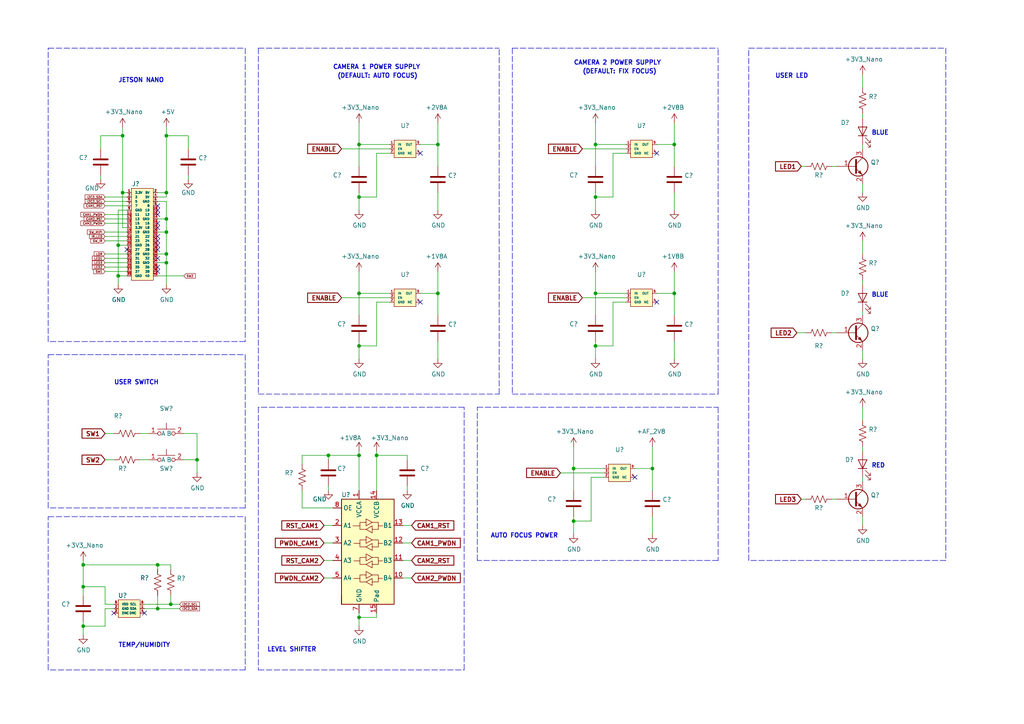
<source format=kicad_sch>
(kicad_sch (version 20211123) (generator eeschema)

  (uuid 09d22ef4-43cc-4083-a180-285f5b9ffcfe)

  (paper "A4")

  (title_block
    (rev "1")
  )

  (lib_symbols
    (symbol "AG-010-0100-rescue:nVidia-Jetson-Nano-M9J_Modules" (pin_names (offset 1.016)) (in_bom yes) (on_board yes)
      (property "Reference" "U" (id 0) (at -3.81 13.97 0)
        (effects (font (size 1.27 1.27)))
      )
      (property "Value" "nVidia-Jetson-Nano-M9J_Modules" (id 1) (at 1.27 -15.24 0)
        (effects (font (size 1.27 1.27)))
      )
      (property "Footprint" "" (id 2) (at 0 0 0)
        (effects (font (size 1.27 1.27)) hide)
      )
      (property "Datasheet" "" (id 3) (at 0 0 0)
        (effects (font (size 1.27 1.27)) hide)
      )
      (symbol "nVidia-Jetson-Nano-M9J_Modules_0_1"
        (rectangle (start -3.81 12.7) (end 2.54 -13.97)
          (stroke (width 0) (type default) (color 0 0 0 0))
          (fill (type background))
        )
      )
      (symbol "nVidia-Jetson-Nano-M9J_Modules_1_1"
        (pin passive line (at -5.08 11.43 0) (length 1.27)
          (name "3.3V" (effects (font (size 0.635 0.635))))
          (number "1" (effects (font (size 0.635 0.635))))
        )
        (pin passive line (at 3.81 6.35 180) (length 1.27)
          (name "10" (effects (font (size 0.635 0.635))))
          (number "10" (effects (font (size 0.635 0.635))))
        )
        (pin passive line (at -5.08 5.08 0) (length 1.27)
          (name "11" (effects (font (size 0.635 0.635))))
          (number "11" (effects (font (size 0.635 0.635))))
        )
        (pin passive line (at 3.81 5.08 180) (length 1.27)
          (name "12" (effects (font (size 0.635 0.635))))
          (number "12" (effects (font (size 0.635 0.635))))
        )
        (pin passive line (at -5.08 3.81 0) (length 1.27)
          (name "13" (effects (font (size 0.635 0.635))))
          (number "13" (effects (font (size 0.635 0.635))))
        )
        (pin passive line (at 3.81 3.81 180) (length 1.27)
          (name "GND" (effects (font (size 0.635 0.635))))
          (number "14" (effects (font (size 0.635 0.635))))
        )
        (pin passive line (at -5.08 2.54 0) (length 1.27)
          (name "15" (effects (font (size 0.635 0.635))))
          (number "15" (effects (font (size 0.635 0.635))))
        )
        (pin passive line (at 3.81 2.54 180) (length 1.27)
          (name "16" (effects (font (size 0.635 0.635))))
          (number "16" (effects (font (size 0.635 0.635))))
        )
        (pin passive line (at -5.08 1.27 0) (length 1.27)
          (name "3.3V" (effects (font (size 0.635 0.635))))
          (number "17" (effects (font (size 0.635 0.635))))
        )
        (pin passive line (at 3.81 1.27 180) (length 1.27)
          (name "18" (effects (font (size 0.635 0.635))))
          (number "18" (effects (font (size 0.635 0.635))))
        )
        (pin passive line (at -5.08 0 0) (length 1.27)
          (name "19" (effects (font (size 0.635 0.635))))
          (number "19" (effects (font (size 0.635 0.635))))
        )
        (pin passive line (at 3.81 11.43 180) (length 1.27)
          (name "5V" (effects (font (size 0.635 0.635))))
          (number "2" (effects (font (size 0.635 0.635))))
        )
        (pin passive line (at 3.81 0 180) (length 1.27)
          (name "GND" (effects (font (size 0.635 0.635))))
          (number "20" (effects (font (size 0.635 0.635))))
        )
        (pin passive line (at -5.08 -1.27 0) (length 1.27)
          (name "21" (effects (font (size 0.635 0.635))))
          (number "21" (effects (font (size 0.635 0.635))))
        )
        (pin passive line (at 3.81 -1.27 180) (length 1.27)
          (name "22" (effects (font (size 0.635 0.635))))
          (number "22" (effects (font (size 0.635 0.635))))
        )
        (pin passive line (at -5.08 -2.54 0) (length 1.27)
          (name "23" (effects (font (size 0.635 0.635))))
          (number "23" (effects (font (size 0.635 0.635))))
        )
        (pin passive line (at 3.81 -2.54 180) (length 1.27)
          (name "24" (effects (font (size 0.635 0.635))))
          (number "24" (effects (font (size 0.635 0.635))))
        )
        (pin passive line (at -5.08 -3.81 0) (length 1.27)
          (name "GND" (effects (font (size 0.635 0.635))))
          (number "25" (effects (font (size 0.635 0.635))))
        )
        (pin passive line (at 3.81 -3.81 180) (length 1.27)
          (name "26" (effects (font (size 0.635 0.635))))
          (number "26" (effects (font (size 0.635 0.635))))
        )
        (pin passive line (at -5.08 -5.08 0) (length 1.27)
          (name "27" (effects (font (size 0.635 0.635))))
          (number "27" (effects (font (size 0.635 0.635))))
        )
        (pin passive line (at 3.81 -5.08 180) (length 1.27)
          (name "28" (effects (font (size 0.635 0.635))))
          (number "28" (effects (font (size 0.635 0.635))))
        )
        (pin passive line (at -5.08 -6.35 0) (length 1.27)
          (name "29" (effects (font (size 0.635 0.635))))
          (number "29" (effects (font (size 0.635 0.635))))
        )
        (pin passive line (at -5.08 10.16 0) (length 1.27)
          (name "3" (effects (font (size 0.635 0.635))))
          (number "3" (effects (font (size 0.635 0.635))))
        )
        (pin passive line (at 3.81 -6.35 180) (length 1.27)
          (name "GND" (effects (font (size 0.635 0.635))))
          (number "30" (effects (font (size 0.635 0.635))))
        )
        (pin passive line (at -5.08 -7.62 0) (length 1.27)
          (name "31" (effects (font (size 0.635 0.635))))
          (number "31" (effects (font (size 0.635 0.635))))
        )
        (pin passive line (at 3.81 -7.62 180) (length 1.27)
          (name "32" (effects (font (size 0.635 0.635))))
          (number "32" (effects (font (size 0.635 0.635))))
        )
        (pin passive line (at -5.08 -8.89 0) (length 1.27)
          (name "33" (effects (font (size 0.635 0.635))))
          (number "33" (effects (font (size 0.635 0.635))))
        )
        (pin passive line (at 3.81 -8.89 180) (length 1.27)
          (name "GND" (effects (font (size 0.635 0.635))))
          (number "34" (effects (font (size 0.635 0.635))))
        )
        (pin passive line (at -5.08 -10.16 0) (length 1.27)
          (name "35" (effects (font (size 0.635 0.635))))
          (number "35" (effects (font (size 0.635 0.635))))
        )
        (pin passive line (at 3.81 -10.16 180) (length 1.27)
          (name "36" (effects (font (size 0.635 0.635))))
          (number "36" (effects (font (size 0.635 0.635))))
        )
        (pin passive line (at -5.08 -11.43 0) (length 1.27)
          (name "37" (effects (font (size 0.635 0.635))))
          (number "37" (effects (font (size 0.635 0.635))))
        )
        (pin passive line (at 3.81 -11.43 180) (length 1.27)
          (name "38" (effects (font (size 0.635 0.635))))
          (number "38" (effects (font (size 0.635 0.635))))
        )
        (pin passive line (at -5.08 -12.7 0) (length 1.27)
          (name "GND" (effects (font (size 0.635 0.635))))
          (number "39" (effects (font (size 0.635 0.635))))
        )
        (pin passive line (at 3.81 10.16 180) (length 1.27)
          (name "5V" (effects (font (size 0.635 0.635))))
          (number "4" (effects (font (size 0.635 0.635))))
        )
        (pin passive line (at 3.81 -12.7 180) (length 1.27)
          (name "40" (effects (font (size 0.635 0.635))))
          (number "40" (effects (font (size 0.635 0.635))))
        )
        (pin passive line (at -5.08 8.89 0) (length 1.27)
          (name "5" (effects (font (size 0.635 0.635))))
          (number "5" (effects (font (size 0.635 0.635))))
        )
        (pin passive line (at 3.81 8.89 180) (length 1.27)
          (name "GND" (effects (font (size 0.635 0.635))))
          (number "6" (effects (font (size 0.635 0.635))))
        )
        (pin passive line (at -5.08 7.62 0) (length 1.27)
          (name "7" (effects (font (size 0.635 0.635))))
          (number "7" (effects (font (size 0.635 0.635))))
        )
        (pin passive line (at 3.81 7.62 180) (length 1.27)
          (name "8" (effects (font (size 0.635 0.635))))
          (number "8" (effects (font (size 0.635 0.635))))
        )
        (pin passive line (at -5.08 6.35 0) (length 1.27)
          (name "GND" (effects (font (size 0.635 0.635))))
          (number "9" (effects (font (size 0.635 0.635))))
        )
      )
    )
    (symbol "M9J_IntegratedCircuits:TXB0104RGY" (in_bom yes) (on_board yes)
      (property "Reference" "U" (id 0) (at -6.35 16.51 0)
        (effects (font (size 1.27 1.27)))
      )
      (property "Value" "TXB0104RGY" (id 1) (at 3.81 16.51 0)
        (effects (font (size 1.27 1.27)) (justify left))
      )
      (property "Footprint" "Package_DFN_QFN:Texas_S-PVQFN-N14" (id 2) (at 0 -19.05 0)
        (effects (font (size 1.27 1.27)) hide)
      )
      (property "Datasheet" "" (id 3) (at 2.794 2.413 0)
        (effects (font (size 1.27 1.27)) hide)
      )
      (property "ki_fp_filters" "Texas*S*PVQFN*N14*" (id 4) (at 0 0 0)
        (effects (font (size 1.27 1.27)) hide)
      )
      (symbol "TXB0104RGY_0_1"
        (rectangle (start -7.62 -15.24) (end -7.62 -12.7)
          (stroke (width 0.254) (type default) (color 0 0 0 0))
          (fill (type none))
        )
        (rectangle (start -7.62 15.24) (end 7.62 -15.24)
          (stroke (width 0.254) (type default) (color 0 0 0 0))
          (fill (type background))
        )
        (polyline
          (pts
            (xy -2.286 -7.747)
            (xy -2.286 -6.731)
            (xy -0.508 -6.731)
          )
          (stroke (width 0) (type default) (color 0 0 0 0))
          (fill (type none))
        )
        (polyline
          (pts
            (xy -2.286 -2.667)
            (xy -2.286 -1.651)
            (xy -0.508 -1.651)
          )
          (stroke (width 0) (type default) (color 0 0 0 0))
          (fill (type none))
        )
        (polyline
          (pts
            (xy -2.286 2.413)
            (xy -2.286 3.429)
            (xy -0.508 3.429)
          )
          (stroke (width 0) (type default) (color 0 0 0 0))
          (fill (type none))
        )
        (polyline
          (pts
            (xy -2.286 7.493)
            (xy -2.286 8.509)
            (xy -0.508 8.509)
          )
          (stroke (width 0) (type default) (color 0 0 0 0))
          (fill (type none))
        )
        (polyline
          (pts
            (xy 3.048 -7.747)
            (xy 3.048 -8.763)
            (xy 1.27 -8.763)
          )
          (stroke (width 0) (type default) (color 0 0 0 0))
          (fill (type none))
        )
        (polyline
          (pts
            (xy 3.048 -2.667)
            (xy 3.048 -3.683)
            (xy 1.27 -3.683)
          )
          (stroke (width 0) (type default) (color 0 0 0 0))
          (fill (type none))
        )
        (polyline
          (pts
            (xy 3.048 2.413)
            (xy 3.048 1.397)
            (xy 1.27 1.397)
          )
          (stroke (width 0) (type default) (color 0 0 0 0))
          (fill (type none))
        )
        (polyline
          (pts
            (xy 3.048 7.493)
            (xy 3.048 6.477)
            (xy 1.27 6.477)
          )
          (stroke (width 0) (type default) (color 0 0 0 0))
          (fill (type none))
        )
        (polyline
          (pts
            (xy -0.508 -8.763)
            (xy -2.286 -8.763)
            (xy -2.286 -7.747)
            (xy -4.064 -7.747)
          )
          (stroke (width 0) (type default) (color 0 0 0 0))
          (fill (type none))
        )
        (polyline
          (pts
            (xy -0.508 -8.763)
            (xy 1.27 -7.747)
            (xy 1.27 -9.779)
            (xy -0.508 -8.763)
          )
          (stroke (width 0) (type default) (color 0 0 0 0))
          (fill (type none))
        )
        (polyline
          (pts
            (xy -0.508 -3.683)
            (xy -2.286 -3.683)
            (xy -2.286 -2.667)
            (xy -4.064 -2.667)
          )
          (stroke (width 0) (type default) (color 0 0 0 0))
          (fill (type none))
        )
        (polyline
          (pts
            (xy -0.508 -3.683)
            (xy 1.27 -2.667)
            (xy 1.27 -4.699)
            (xy -0.508 -3.683)
          )
          (stroke (width 0) (type default) (color 0 0 0 0))
          (fill (type none))
        )
        (polyline
          (pts
            (xy -0.508 1.397)
            (xy -2.286 1.397)
            (xy -2.286 2.413)
            (xy -4.064 2.413)
          )
          (stroke (width 0) (type default) (color 0 0 0 0))
          (fill (type none))
        )
        (polyline
          (pts
            (xy -0.508 1.397)
            (xy 1.27 2.413)
            (xy 1.27 0.381)
            (xy -0.508 1.397)
          )
          (stroke (width 0) (type default) (color 0 0 0 0))
          (fill (type none))
        )
        (polyline
          (pts
            (xy -0.508 6.477)
            (xy -2.286 6.477)
            (xy -2.286 7.493)
            (xy -4.318 7.493)
          )
          (stroke (width 0) (type default) (color 0 0 0 0))
          (fill (type none))
        )
        (polyline
          (pts
            (xy -0.508 6.477)
            (xy 1.27 7.493)
            (xy 1.27 5.461)
            (xy -0.508 6.477)
          )
          (stroke (width 0) (type default) (color 0 0 0 0))
          (fill (type none))
        )
        (polyline
          (pts
            (xy 1.27 -6.731)
            (xy -0.508 -7.747)
            (xy -0.508 -5.715)
            (xy 1.27 -6.731)
          )
          (stroke (width 0) (type default) (color 0 0 0 0))
          (fill (type none))
        )
        (polyline
          (pts
            (xy 1.27 -6.731)
            (xy 3.048 -6.731)
            (xy 3.048 -7.747)
            (xy 4.318 -7.747)
          )
          (stroke (width 0) (type default) (color 0 0 0 0))
          (fill (type none))
        )
        (polyline
          (pts
            (xy 1.27 -1.651)
            (xy -0.508 -2.667)
            (xy -0.508 -0.635)
            (xy 1.27 -1.651)
          )
          (stroke (width 0) (type default) (color 0 0 0 0))
          (fill (type none))
        )
        (polyline
          (pts
            (xy 1.27 -1.651)
            (xy 3.048 -1.651)
            (xy 3.048 -2.667)
            (xy 4.318 -2.667)
          )
          (stroke (width 0) (type default) (color 0 0 0 0))
          (fill (type none))
        )
        (polyline
          (pts
            (xy 1.27 3.429)
            (xy -0.508 2.413)
            (xy -0.508 4.445)
            (xy 1.27 3.429)
          )
          (stroke (width 0) (type default) (color 0 0 0 0))
          (fill (type none))
        )
        (polyline
          (pts
            (xy 1.27 3.429)
            (xy 3.048 3.429)
            (xy 3.048 2.413)
            (xy 4.318 2.413)
          )
          (stroke (width 0) (type default) (color 0 0 0 0))
          (fill (type none))
        )
        (polyline
          (pts
            (xy 1.27 8.509)
            (xy -0.508 7.493)
            (xy -0.508 9.525)
            (xy 1.27 8.509)
          )
          (stroke (width 0) (type default) (color 0 0 0 0))
          (fill (type none))
        )
        (polyline
          (pts
            (xy 1.27 8.509)
            (xy 3.048 8.509)
            (xy 3.048 7.493)
            (xy 4.318 7.493)
          )
          (stroke (width 0) (type default) (color 0 0 0 0))
          (fill (type none))
        )
      )
      (symbol "TXB0104RGY_1_1"
        (pin power_in line (at -2.54 17.78 270) (length 2.54)
          (name "VCCA" (effects (font (size 1.27 1.27))))
          (number "1" (effects (font (size 1.27 1.27))))
        )
        (pin bidirectional line (at 10.16 -7.62 180) (length 2.54)
          (name "B4" (effects (font (size 1.27 1.27))))
          (number "10" (effects (font (size 1.27 1.27))))
        )
        (pin bidirectional line (at 10.16 -2.54 180) (length 2.54)
          (name "B3" (effects (font (size 1.27 1.27))))
          (number "11" (effects (font (size 1.27 1.27))))
        )
        (pin bidirectional line (at 10.16 2.54 180) (length 2.54)
          (name "B2" (effects (font (size 1.27 1.27))))
          (number "12" (effects (font (size 1.27 1.27))))
        )
        (pin bidirectional line (at 10.16 7.62 180) (length 2.54)
          (name "B1" (effects (font (size 1.27 1.27))))
          (number "13" (effects (font (size 1.27 1.27))))
        )
        (pin power_in line (at 2.54 17.78 270) (length 2.54)
          (name "VCCB" (effects (font (size 1.27 1.27))))
          (number "14" (effects (font (size 1.27 1.27))))
        )
        (pin input line (at 2.54 -17.78 90) (length 2.54)
          (name "Pad" (effects (font (size 1.27 1.27))))
          (number "15" (effects (font (size 1.27 1.27))))
        )
        (pin bidirectional line (at -10.16 7.62 0) (length 2.54)
          (name "A1" (effects (font (size 1.27 1.27))))
          (number "2" (effects (font (size 1.27 1.27))))
        )
        (pin bidirectional line (at -10.16 2.54 0) (length 2.54)
          (name "A2" (effects (font (size 1.27 1.27))))
          (number "3" (effects (font (size 1.27 1.27))))
        )
        (pin bidirectional line (at -10.16 -2.54 0) (length 2.54)
          (name "A3" (effects (font (size 1.27 1.27))))
          (number "4" (effects (font (size 1.27 1.27))))
        )
        (pin bidirectional line (at -10.16 -7.62 0) (length 2.54)
          (name "A4" (effects (font (size 1.27 1.27))))
          (number "5" (effects (font (size 1.27 1.27))))
        )
        (pin no_connect line (at -10.16 -12.7 0) (length 2.54) hide
          (name "NC" (effects (font (size 1.27 1.27))))
          (number "6" (effects (font (size 1.27 1.27))))
        )
        (pin power_in line (at -2.54 -17.78 90) (length 2.54)
          (name "GND" (effects (font (size 1.27 1.27))))
          (number "7" (effects (font (size 1.27 1.27))))
        )
        (pin input line (at -10.16 12.7 0) (length 2.54)
          (name "OE" (effects (font (size 1.27 1.27))))
          (number "8" (effects (font (size 1.27 1.27))))
        )
        (pin no_connect line (at 10.16 -12.7 180) (length 2.54) hide
          (name "NC" (effects (font (size 1.27 1.27))))
          (number "9" (effects (font (size 1.27 1.27))))
        )
      )
    )
    (symbol "M9J_PowerICs:AP7331" (pin_names (offset 1.016)) (in_bom yes) (on_board yes)
      (property "Reference" "U" (id 0) (at -2.54 3.81 0)
        (effects (font (size 1.27 1.27)))
      )
      (property "Value" "AP7331" (id 1) (at 0 -3.81 0)
        (effects (font (size 1.27 1.27)))
      )
      (property "Footprint" "" (id 2) (at -2.54 0 0)
        (effects (font (size 1.27 1.27)) hide)
      )
      (property "Datasheet" "" (id 3) (at -2.54 0 0)
        (effects (font (size 1.27 1.27)) hide)
      )
      (symbol "AP7331_0_1"
        (rectangle (start -3.81 2.54) (end 2.54 -2.54)
          (stroke (width 0) (type default) (color 0 0 0 0))
          (fill (type background))
        )
      )
      (symbol "AP7331_1_1"
        (pin passive line (at -5.08 1.27 0) (length 1.27)
          (name "IN" (effects (font (size 0.635 0.635))))
          (number "1" (effects (font (size 0.635 0.635))))
        )
        (pin passive line (at -5.08 -1.27 0) (length 1.27)
          (name "GND" (effects (font (size 0.635 0.635))))
          (number "2" (effects (font (size 0.635 0.635))))
        )
        (pin passive line (at -5.08 0 0) (length 1.27)
          (name "EN" (effects (font (size 0.635 0.635))))
          (number "3" (effects (font (size 0.635 0.635))))
        )
        (pin passive line (at 3.81 -1.27 180) (length 1.27)
          (name "NC" (effects (font (size 0.635 0.635))))
          (number "4" (effects (font (size 0.635 0.635))))
        )
        (pin passive line (at 3.81 1.27 180) (length 1.27)
          (name "OUT" (effects (font (size 0.635 0.635))))
          (number "5" (effects (font (size 0.635 0.635))))
        )
      )
    )
    (symbol "M9J_RLC:C" (pin_numbers hide) (pin_names (offset 0.254)) (in_bom yes) (on_board yes)
      (property "Reference" "C" (id 0) (at 0.635 2.54 0)
        (effects (font (size 1.27 1.27)) (justify left))
      )
      (property "Value" "C" (id 1) (at 0.635 -2.54 0)
        (effects (font (size 1.27 1.27)) (justify left))
      )
      (property "Footprint" "" (id 2) (at 0.9652 -3.81 0)
        (effects (font (size 1.27 1.27)) hide)
      )
      (property "Datasheet" "" (id 3) (at 0 0 0)
        (effects (font (size 1.27 1.27)) hide)
      )
      (property "ki_fp_filters" "C_*" (id 4) (at 0 0 0)
        (effects (font (size 1.27 1.27)) hide)
      )
      (symbol "C_0_1"
        (polyline
          (pts
            (xy -2.032 -0.762)
            (xy 2.032 -0.762)
          )
          (stroke (width 0.508) (type default) (color 0 0 0 0))
          (fill (type none))
        )
        (polyline
          (pts
            (xy -2.032 0.762)
            (xy 2.032 0.762)
          )
          (stroke (width 0.508) (type default) (color 0 0 0 0))
          (fill (type none))
        )
      )
      (symbol "C_1_1"
        (pin passive line (at 0 3.81 270) (length 2.794)
          (name "~" (effects (font (size 1.27 1.27))))
          (number "1" (effects (font (size 1.27 1.27))))
        )
        (pin passive line (at 0 -3.81 90) (length 2.794)
          (name "~" (effects (font (size 1.27 1.27))))
          (number "2" (effects (font (size 1.27 1.27))))
        )
      )
    )
    (symbol "M9J_RLC:R_US" (pin_numbers hide) (pin_names (offset 0)) (in_bom yes) (on_board yes)
      (property "Reference" "R" (id 0) (at 2.54 0 90)
        (effects (font (size 1.27 1.27)))
      )
      (property "Value" "R_US" (id 1) (at -2.54 0 90)
        (effects (font (size 1.27 1.27)))
      )
      (property "Footprint" "" (id 2) (at 1.016 -0.254 90)
        (effects (font (size 1.27 1.27)) hide)
      )
      (property "Datasheet" "" (id 3) (at 0 0 0)
        (effects (font (size 1.27 1.27)) hide)
      )
      (property "ki_fp_filters" "R_*" (id 4) (at 0 0 0)
        (effects (font (size 1.27 1.27)) hide)
      )
      (symbol "R_US_0_1"
        (polyline
          (pts
            (xy 0 -2.286)
            (xy 0 -2.54)
          )
          (stroke (width 0) (type default) (color 0 0 0 0))
          (fill (type none))
        )
        (polyline
          (pts
            (xy 0 2.286)
            (xy 0 2.54)
          )
          (stroke (width 0) (type default) (color 0 0 0 0))
          (fill (type none))
        )
        (polyline
          (pts
            (xy 0 -0.762)
            (xy 1.016 -1.143)
            (xy 0 -1.524)
            (xy -1.016 -1.905)
            (xy 0 -2.286)
          )
          (stroke (width 0) (type default) (color 0 0 0 0))
          (fill (type none))
        )
        (polyline
          (pts
            (xy 0 0.762)
            (xy 1.016 0.381)
            (xy 0 0)
            (xy -1.016 -0.381)
            (xy 0 -0.762)
          )
          (stroke (width 0) (type default) (color 0 0 0 0))
          (fill (type none))
        )
        (polyline
          (pts
            (xy 0 2.286)
            (xy 1.016 1.905)
            (xy 0 1.524)
            (xy -1.016 1.143)
            (xy 0 0.762)
          )
          (stroke (width 0) (type default) (color 0 0 0 0))
          (fill (type none))
        )
      )
      (symbol "R_US_1_1"
        (pin passive line (at 0 3.81 270) (length 1.27)
          (name "~" (effects (font (size 1.27 1.27))))
          (number "1" (effects (font (size 1.27 1.27))))
        )
        (pin passive line (at 0 -3.81 90) (length 1.27)
          (name "~" (effects (font (size 1.27 1.27))))
          (number "2" (effects (font (size 1.27 1.27))))
        )
      )
    )
    (symbol "M9J_Semiconductors:LED" (pin_numbers hide) (pin_names (offset 1.016) hide) (in_bom yes) (on_board yes)
      (property "Reference" "D" (id 0) (at 0 2.54 0)
        (effects (font (size 1.27 1.27)))
      )
      (property "Value" "LED" (id 1) (at 0 -2.54 0)
        (effects (font (size 1.27 1.27)))
      )
      (property "Footprint" "" (id 2) (at 0 0 0)
        (effects (font (size 1.27 1.27)) hide)
      )
      (property "Datasheet" "" (id 3) (at 0 0 0)
        (effects (font (size 1.27 1.27)) hide)
      )
      (property "ki_fp_filters" "LED* LED_SMD:* LED_THT:*" (id 4) (at 0 0 0)
        (effects (font (size 1.27 1.27)) hide)
      )
      (symbol "LED_0_1"
        (polyline
          (pts
            (xy -1.27 -1.27)
            (xy -1.27 1.27)
          )
          (stroke (width 0.2032) (type default) (color 0 0 0 0))
          (fill (type none))
        )
        (polyline
          (pts
            (xy -1.27 0)
            (xy 1.27 0)
          )
          (stroke (width 0) (type default) (color 0 0 0 0))
          (fill (type none))
        )
        (polyline
          (pts
            (xy 1.27 -1.27)
            (xy 1.27 1.27)
            (xy -1.27 0)
            (xy 1.27 -1.27)
          )
          (stroke (width 0.2032) (type default) (color 0 0 0 0))
          (fill (type none))
        )
        (polyline
          (pts
            (xy -3.048 -0.762)
            (xy -4.572 -2.286)
            (xy -3.81 -2.286)
            (xy -4.572 -2.286)
            (xy -4.572 -1.524)
          )
          (stroke (width 0) (type default) (color 0 0 0 0))
          (fill (type none))
        )
        (polyline
          (pts
            (xy -1.778 -0.762)
            (xy -3.302 -2.286)
            (xy -2.54 -2.286)
            (xy -3.302 -2.286)
            (xy -3.302 -1.524)
          )
          (stroke (width 0) (type default) (color 0 0 0 0))
          (fill (type none))
        )
      )
      (symbol "LED_1_1"
        (pin passive line (at -3.81 0 0) (length 2.54)
          (name "K" (effects (font (size 1.27 1.27))))
          (number "1" (effects (font (size 1.27 1.27))))
        )
        (pin passive line (at 3.81 0 180) (length 2.54)
          (name "A" (effects (font (size 1.27 1.27))))
          (number "2" (effects (font (size 1.27 1.27))))
        )
      )
    )
    (symbol "M9J_Semiconductors:NPN-SMD" (pin_names (offset 1.016) hide) (in_bom yes) (on_board yes)
      (property "Reference" "Q" (id 0) (at 3.81 0 0)
        (effects (font (size 1.27 1.27)))
      )
      (property "Value" "NPN-SMD" (id 1) (at 7.62 -2.54 0)
        (effects (font (size 1.27 1.27)))
      )
      (property "Footprint" "" (id 2) (at 0 0 0)
        (effects (font (size 1.27 1.27)) hide)
      )
      (property "Datasheet" "" (id 3) (at 0 0 0)
        (effects (font (size 1.27 1.27)) hide)
      )
      (symbol "NPN-SMD_1_1"
        (polyline
          (pts
            (xy -0.635 0.635)
            (xy 1.27 2.54)
          )
          (stroke (width 0) (type default) (color 0 0 0 0))
          (fill (type none))
        )
        (polyline
          (pts
            (xy -0.635 -0.635)
            (xy 1.27 -2.54)
            (xy 1.27 -2.54)
          )
          (stroke (width 0) (type default) (color 0 0 0 0))
          (fill (type none))
        )
        (polyline
          (pts
            (xy -0.635 1.905)
            (xy -0.635 -1.905)
            (xy -0.635 -1.905)
          )
          (stroke (width 0.508) (type default) (color 0 0 0 0))
          (fill (type none))
        )
        (polyline
          (pts
            (xy 0 -1.778)
            (xy 0.508 -1.27)
            (xy 1.016 -2.286)
            (xy 0 -1.778)
            (xy 0 -1.778)
          )
          (stroke (width 0) (type default) (color 0 0 0 0))
          (fill (type outline))
        )
        (circle (center 0 0) (radius 2.8194)
          (stroke (width 0.254) (type default) (color 0 0 0 0))
          (fill (type none))
        )
        (pin passive line (at -6.35 0 0) (length 5.715)
          (name "B" (effects (font (size 1.27 1.27))))
          (number "1" (effects (font (size 1.27 1.27))))
        )
        (pin passive line (at 1.27 -5.08 90) (length 2.54)
          (name "E" (effects (font (size 1.27 1.27))))
          (number "2" (effects (font (size 1.27 1.27))))
        )
        (pin passive line (at 1.27 5.08 270) (length 2.54)
          (name "C" (effects (font (size 1.27 1.27))))
          (number "3" (effects (font (size 1.27 1.27))))
        )
      )
    )
    (symbol "M9J_Sensors:Si7006-A20" (pin_names (offset 1.016)) (in_bom yes) (on_board yes)
      (property "Reference" "U" (id 0) (at -2.54 2.54 0)
        (effects (font (size 1.27 1.27)))
      )
      (property "Value" "Si7006-A20" (id 1) (at 0 -5.08 0)
        (effects (font (size 1.27 1.27)))
      )
      (property "Footprint" "" (id 2) (at 0 0 0)
        (effects (font (size 1.27 1.27)) hide)
      )
      (property "Datasheet" "" (id 3) (at 0 0 0)
        (effects (font (size 1.27 1.27)) hide)
      )
      (symbol "Si7006-A20_0_1"
        (rectangle (start -2.54 1.27) (end 3.81 -3.81)
          (stroke (width 0) (type default) (color 0 0 0 0))
          (fill (type background))
        )
      )
      (symbol "Si7006-A20_1_1"
        (pin passive line (at 5.08 -1.27 180) (length 1.27)
          (name "SDA" (effects (font (size 0.635 0.635))))
          (number "1" (effects (font (size 0.635 0.635))))
        )
        (pin passive line (at -3.81 -1.27 0) (length 1.27)
          (name "GND" (effects (font (size 0.635 0.635))))
          (number "2" (effects (font (size 0.635 0.635))))
        )
        (pin passive line (at -3.81 -2.54 0) (length 1.27)
          (name "DNC" (effects (font (size 0.635 0.635))))
          (number "3" (effects (font (size 0.635 0.635))))
        )
        (pin passive line (at 5.08 -2.54 180) (length 1.27)
          (name "DNC" (effects (font (size 0.635 0.635))))
          (number "4" (effects (font (size 0.635 0.635))))
        )
        (pin passive line (at -3.81 0 0) (length 1.27)
          (name "VDD" (effects (font (size 0.635 0.635))))
          (number "5" (effects (font (size 0.635 0.635))))
        )
        (pin passive line (at 5.08 0 180) (length 1.27)
          (name "SCL" (effects (font (size 0.635 0.635))))
          (number "6" (effects (font (size 0.635 0.635))))
        )
      )
    )
    (symbol "M9J_Switches:TACTILE-2PIN" (pin_names (offset 1.016)) (in_bom yes) (on_board yes)
      (property "Reference" "SW" (id 0) (at -2.54 2.54 0)
        (effects (font (size 1.27 1.27)))
      )
      (property "Value" "TACTILE-2PIN" (id 1) (at 0 -2.54 0)
        (effects (font (size 1.27 1.27)))
      )
      (property "Footprint" "" (id 2) (at 0 -1.27 0)
        (effects (font (size 1.27 1.27)) hide)
      )
      (property "Datasheet" "" (id 3) (at 0 -1.27 0)
        (effects (font (size 1.27 1.27)) hide)
      )
      (symbol "TACTILE-2PIN_1_1"
        (circle (center -2.032 0) (radius 0.508)
          (stroke (width 0) (type default) (color 0 0 0 0))
          (fill (type none))
        )
        (polyline
          (pts
            (xy 0 1.27)
            (xy 0 3.048)
          )
          (stroke (width 0) (type default) (color 0 0 0 0))
          (fill (type none))
        )
        (polyline
          (pts
            (xy 2.54 1.27)
            (xy -2.54 1.27)
          )
          (stroke (width 0) (type default) (color 0 0 0 0))
          (fill (type none))
        )
        (circle (center 2.032 0) (radius 0.508)
          (stroke (width 0) (type default) (color 0 0 0 0))
          (fill (type none))
        )
        (pin passive line (at -5.08 0 0) (length 2.54)
          (name "A" (effects (font (size 1.27 1.27))))
          (number "1" (effects (font (size 1.27 1.27))))
        )
        (pin passive line (at 5.08 0 180) (length 2.54)
          (name "B" (effects (font (size 1.27 1.27))))
          (number "2" (effects (font (size 1.27 1.27))))
        )
      )
    )
    (symbol "M9J_TP+MountHole+Fiducial:+1V8A" (power) (pin_names (offset 1.016)) (in_bom yes) (on_board yes)
      (property "Reference" "#PWR" (id 0) (at 0 -1.27 0)
        (effects (font (size 1.27 1.27)) hide)
      )
      (property "Value" "+1V8A" (id 1) (at 0 3.81 0)
        (effects (font (size 1.27 1.27)))
      )
      (property "Footprint" "" (id 2) (at 0 0 0)
        (effects (font (size 1.27 1.27)) hide)
      )
      (property "Datasheet" "" (id 3) (at 0 0 0)
        (effects (font (size 1.27 1.27)) hide)
      )
      (symbol "+1V8A_1_1"
        (polyline
          (pts
            (xy -0.762 1.27)
            (xy 0 2.54)
          )
          (stroke (width 0) (type default) (color 0 0 0 0))
          (fill (type none))
        )
        (polyline
          (pts
            (xy 0 0)
            (xy 0 2.54)
          )
          (stroke (width 0) (type default) (color 0 0 0 0))
          (fill (type none))
        )
        (polyline
          (pts
            (xy 0 2.54)
            (xy 0.762 1.27)
          )
          (stroke (width 0) (type default) (color 0 0 0 0))
          (fill (type none))
        )
        (pin power_in line (at 0 0 90) (length 0) hide
          (name "+1V8A" (effects (font (size 1.27 1.27))))
          (number "1" (effects (font (size 1.27 1.27))))
        )
      )
    )
    (symbol "M9J_TP+MountHole+Fiducial:+1V8B" (power) (pin_names (offset 1.016)) (in_bom yes) (on_board yes)
      (property "Reference" "#PWR" (id 0) (at 0 -1.27 0)
        (effects (font (size 1.27 1.27)) hide)
      )
      (property "Value" "+1V8B" (id 1) (at 0 3.81 0)
        (effects (font (size 1.27 1.27)))
      )
      (property "Footprint" "" (id 2) (at 0 0 0)
        (effects (font (size 1.27 1.27)) hide)
      )
      (property "Datasheet" "" (id 3) (at 0 0 0)
        (effects (font (size 1.27 1.27)) hide)
      )
      (symbol "+1V8B_1_1"
        (polyline
          (pts
            (xy -0.762 1.27)
            (xy 0 2.54)
          )
          (stroke (width 0) (type default) (color 0 0 0 0))
          (fill (type none))
        )
        (polyline
          (pts
            (xy 0 0)
            (xy 0 2.54)
          )
          (stroke (width 0) (type default) (color 0 0 0 0))
          (fill (type none))
        )
        (polyline
          (pts
            (xy 0 2.54)
            (xy 0.762 1.27)
          )
          (stroke (width 0) (type default) (color 0 0 0 0))
          (fill (type none))
        )
        (pin power_in line (at 0 0 90) (length 0) hide
          (name "+1V8B" (effects (font (size 1.27 1.27))))
          (number "1" (effects (font (size 1.27 1.27))))
        )
      )
    )
    (symbol "M9J_TP+MountHole+Fiducial:+2V8A" (power) (pin_names (offset 1.016)) (in_bom yes) (on_board yes)
      (property "Reference" "#PWR" (id 0) (at 0 -1.27 0)
        (effects (font (size 1.27 1.27)) hide)
      )
      (property "Value" "+2V8A" (id 1) (at 0 3.81 0)
        (effects (font (size 1.27 1.27)))
      )
      (property "Footprint" "" (id 2) (at 0 0 0)
        (effects (font (size 1.27 1.27)) hide)
      )
      (property "Datasheet" "" (id 3) (at 0 0 0)
        (effects (font (size 1.27 1.27)) hide)
      )
      (symbol "+2V8A_1_1"
        (polyline
          (pts
            (xy -0.762 1.27)
            (xy 0 2.54)
          )
          (stroke (width 0) (type default) (color 0 0 0 0))
          (fill (type none))
        )
        (polyline
          (pts
            (xy 0 0)
            (xy 0 2.54)
          )
          (stroke (width 0) (type default) (color 0 0 0 0))
          (fill (type none))
        )
        (polyline
          (pts
            (xy 0 2.54)
            (xy 0.762 1.27)
          )
          (stroke (width 0) (type default) (color 0 0 0 0))
          (fill (type none))
        )
        (pin power_in line (at 0 0 90) (length 0) hide
          (name "+2V8A" (effects (font (size 1.27 1.27))))
          (number "1" (effects (font (size 1.27 1.27))))
        )
      )
    )
    (symbol "M9J_TP+MountHole+Fiducial:+2V8B" (power) (pin_names (offset 1.016)) (in_bom yes) (on_board yes)
      (property "Reference" "#PWR" (id 0) (at 0 -1.27 0)
        (effects (font (size 1.27 1.27)) hide)
      )
      (property "Value" "+2V8B" (id 1) (at 0 3.81 0)
        (effects (font (size 1.27 1.27)))
      )
      (property "Footprint" "" (id 2) (at 0 0 0)
        (effects (font (size 1.27 1.27)) hide)
      )
      (property "Datasheet" "" (id 3) (at 0 0 0)
        (effects (font (size 1.27 1.27)) hide)
      )
      (symbol "+2V8B_1_1"
        (polyline
          (pts
            (xy -0.762 1.27)
            (xy 0 2.54)
          )
          (stroke (width 0) (type default) (color 0 0 0 0))
          (fill (type none))
        )
        (polyline
          (pts
            (xy 0 0)
            (xy 0 2.54)
          )
          (stroke (width 0) (type default) (color 0 0 0 0))
          (fill (type none))
        )
        (polyline
          (pts
            (xy 0 2.54)
            (xy 0.762 1.27)
          )
          (stroke (width 0) (type default) (color 0 0 0 0))
          (fill (type none))
        )
        (pin power_in line (at 0 0 90) (length 0) hide
          (name "+2V8B" (effects (font (size 1.27 1.27))))
          (number "1" (effects (font (size 1.27 1.27))))
        )
      )
    )
    (symbol "M9J_TP+MountHole+Fiducial:+3V3_Nano" (power) (pin_names (offset 0)) (in_bom yes) (on_board yes)
      (property "Reference" "#PWR" (id 0) (at 0 -1.27 0)
        (effects (font (size 1.27 1.27)) hide)
      )
      (property "Value" "+3V3_Nano" (id 1) (at 0 3.81 0)
        (effects (font (size 1.27 1.27)))
      )
      (property "Footprint" "" (id 2) (at 0 0 0)
        (effects (font (size 1.27 1.27)) hide)
      )
      (property "Datasheet" "" (id 3) (at 0 0 0)
        (effects (font (size 1.27 1.27)) hide)
      )
      (symbol "+3V3_Nano_1_1"
        (polyline
          (pts
            (xy -0.762 1.27)
            (xy 0 2.54)
          )
          (stroke (width 0) (type default) (color 0 0 0 0))
          (fill (type none))
        )
        (polyline
          (pts
            (xy 0 0)
            (xy 0 2.54)
          )
          (stroke (width 0) (type default) (color 0 0 0 0))
          (fill (type none))
        )
        (polyline
          (pts
            (xy 0 2.54)
            (xy 0.762 1.27)
          )
          (stroke (width 0) (type default) (color 0 0 0 0))
          (fill (type none))
        )
        (pin power_in line (at 0 0 90) (length 0) hide
          (name "+3V3_Nano" (effects (font (size 1.27 1.27))))
          (number "1" (effects (font (size 1.27 1.27))))
        )
      )
    )
    (symbol "M9J_TP+MountHole+Fiducial:+AF_2V8" (power) (pin_names (offset 1.016)) (in_bom yes) (on_board yes)
      (property "Reference" "#PWR" (id 0) (at 0 -1.27 0)
        (effects (font (size 1.27 1.27)) hide)
      )
      (property "Value" "+AF_2V8" (id 1) (at 0 3.81 0)
        (effects (font (size 1.27 1.27)))
      )
      (property "Footprint" "" (id 2) (at 0 0 0)
        (effects (font (size 1.27 1.27)) hide)
      )
      (property "Datasheet" "" (id 3) (at 0 0 0)
        (effects (font (size 1.27 1.27)) hide)
      )
      (symbol "+AF_2V8_1_1"
        (polyline
          (pts
            (xy -0.762 1.27)
            (xy 0 2.54)
          )
          (stroke (width 0) (type default) (color 0 0 0 0))
          (fill (type none))
        )
        (polyline
          (pts
            (xy 0 0)
            (xy 0 2.54)
          )
          (stroke (width 0) (type default) (color 0 0 0 0))
          (fill (type none))
        )
        (polyline
          (pts
            (xy 0 2.54)
            (xy 0.762 1.27)
          )
          (stroke (width 0) (type default) (color 0 0 0 0))
          (fill (type none))
        )
        (pin power_in line (at 0 0 90) (length 0) hide
          (name "+AF_2V8" (effects (font (size 1.27 1.27))))
          (number "1" (effects (font (size 1.27 1.27))))
        )
      )
    )
    (symbol "power:+5V" (power) (pin_names (offset 0)) (in_bom yes) (on_board yes)
      (property "Reference" "#PWR" (id 0) (at 0 -3.81 0)
        (effects (font (size 1.27 1.27)) hide)
      )
      (property "Value" "+5V" (id 1) (at 0 3.556 0)
        (effects (font (size 1.27 1.27)))
      )
      (property "Footprint" "" (id 2) (at 0 0 0)
        (effects (font (size 1.27 1.27)) hide)
      )
      (property "Datasheet" "" (id 3) (at 0 0 0)
        (effects (font (size 1.27 1.27)) hide)
      )
      (property "ki_keywords" "power-flag" (id 4) (at 0 0 0)
        (effects (font (size 1.27 1.27)) hide)
      )
      (property "ki_description" "Power symbol creates a global label with name \"+5V\"" (id 5) (at 0 0 0)
        (effects (font (size 1.27 1.27)) hide)
      )
      (symbol "+5V_0_1"
        (polyline
          (pts
            (xy -0.762 1.27)
            (xy 0 2.54)
          )
          (stroke (width 0) (type default) (color 0 0 0 0))
          (fill (type none))
        )
        (polyline
          (pts
            (xy 0 0)
            (xy 0 2.54)
          )
          (stroke (width 0) (type default) (color 0 0 0 0))
          (fill (type none))
        )
        (polyline
          (pts
            (xy 0 2.54)
            (xy 0.762 1.27)
          )
          (stroke (width 0) (type default) (color 0 0 0 0))
          (fill (type none))
        )
      )
      (symbol "+5V_1_1"
        (pin power_in line (at 0 0 90) (length 0) hide
          (name "+5V" (effects (font (size 1.27 1.27))))
          (number "1" (effects (font (size 1.27 1.27))))
        )
      )
    )
    (symbol "power:GND" (power) (pin_names (offset 0)) (in_bom yes) (on_board yes)
      (property "Reference" "#PWR" (id 0) (at 0 -6.35 0)
        (effects (font (size 1.27 1.27)) hide)
      )
      (property "Value" "GND" (id 1) (at 0 -3.81 0)
        (effects (font (size 1.27 1.27)))
      )
      (property "Footprint" "" (id 2) (at 0 0 0)
        (effects (font (size 1.27 1.27)) hide)
      )
      (property "Datasheet" "" (id 3) (at 0 0 0)
        (effects (font (size 1.27 1.27)) hide)
      )
      (property "ki_keywords" "power-flag" (id 4) (at 0 0 0)
        (effects (font (size 1.27 1.27)) hide)
      )
      (property "ki_description" "Power symbol creates a global label with name \"GND\" , ground" (id 5) (at 0 0 0)
        (effects (font (size 1.27 1.27)) hide)
      )
      (symbol "GND_0_1"
        (polyline
          (pts
            (xy 0 0)
            (xy 0 -1.27)
            (xy 1.27 -1.27)
            (xy 0 -2.54)
            (xy -1.27 -1.27)
            (xy 0 -1.27)
          )
          (stroke (width 0) (type default) (color 0 0 0 0))
          (fill (type none))
        )
      )
      (symbol "GND_1_1"
        (pin power_in line (at 0 0 270) (length 0) hide
          (name "GND" (effects (font (size 1.27 1.27))))
          (number "1" (effects (font (size 1.27 1.27))))
        )
      )
    )
  )

  (junction (at 172.72 85.09) (diameter 0) (color 0 0 0 0)
    (uuid 011145c8-4496-494e-a13e-1f007b11ce3f)
  )
  (junction (at 104.14 85.09) (diameter 0) (color 0 0 0 0)
    (uuid 0140c479-8609-4c5a-9e15-a82592706da2)
  )
  (junction (at 195.58 41.91) (diameter 0) (color 0 0 0 0)
    (uuid 0d84f96d-49b0-42ea-92ba-e7e794bff6ab)
  )
  (junction (at 48.26 55.88) (diameter 0) (color 0 0 0 0)
    (uuid 149a14e0-16d9-45c1-8815-b33732ace879)
  )
  (junction (at 24.13 170.18) (diameter 0) (color 0 0 0 0)
    (uuid 17ec7ae4-2028-45e8-a404-c28f80c00bea)
  )
  (junction (at 49.53 175.26) (diameter 0) (color 0 0 0 0)
    (uuid 2616ba6e-e91b-478b-8baf-c599b4db3726)
  )
  (junction (at 34.29 80.01) (diameter 0) (color 0 0 0 0)
    (uuid 281179f0-2ac7-4d32-b851-a11df5eb5b3f)
  )
  (junction (at 127 41.91) (diameter 0) (color 0 0 0 0)
    (uuid 2b7dba26-8078-4bf9-ac2f-2c0d3f4cb8df)
  )
  (junction (at 127 85.09) (diameter 0) (color 0 0 0 0)
    (uuid 38887b2e-8a08-484a-ade9-1ddc116e04a0)
  )
  (junction (at 104.14 132.08) (diameter 0) (color 0 0 0 0)
    (uuid 57d9a7d1-c6d0-4171-9a43-dac362f6cfcd)
  )
  (junction (at 24.13 181.61) (diameter 0) (color 0 0 0 0)
    (uuid 5813a779-9a02-429f-8dad-3fa949afafb0)
  )
  (junction (at 166.37 151.13) (diameter 0) (color 0 0 0 0)
    (uuid 5d17c479-1cd5-4567-8cec-972d74b67fed)
  )
  (junction (at 95.25 132.08) (diameter 0) (color 0 0 0 0)
    (uuid 617bdda9-b539-411c-bfc1-d50f3dd28553)
  )
  (junction (at 109.22 132.08) (diameter 0) (color 0 0 0 0)
    (uuid 6249d9db-1fef-44ea-abe0-081a0ebbd58c)
  )
  (junction (at 172.72 57.15) (diameter 0) (color 0 0 0 0)
    (uuid 633a38f8-de68-4782-b6f1-c261d270f465)
  )
  (junction (at 104.14 100.33) (diameter 0) (color 0 0 0 0)
    (uuid 6d0864d1-6347-4331-aa05-d729ee6c9a0d)
  )
  (junction (at 35.56 39.37) (diameter 0) (color 0 0 0 0)
    (uuid 71915f0f-5e96-4b99-88d5-6339ab462f84)
  )
  (junction (at 189.23 135.89) (diameter 0) (color 0 0 0 0)
    (uuid 7b9f520f-9832-43c7-836b-e8911ad856f3)
  )
  (junction (at 48.26 76.2) (diameter 0) (color 0 0 0 0)
    (uuid 7d82fa2b-7682-4f83-8db4-bff2ae375793)
  )
  (junction (at 104.14 179.07) (diameter 0) (color 0 0 0 0)
    (uuid 813e61e4-61b8-40ee-b1af-1f8e6ecc40d9)
  )
  (junction (at 24.13 163.83) (diameter 0) (color 0 0 0 0)
    (uuid 90626e07-78ca-47f5-81e4-29cc065a14c9)
  )
  (junction (at 195.58 85.09) (diameter 0) (color 0 0 0 0)
    (uuid 90b12eca-412c-49f7-8ee6-6d4e05cfa988)
  )
  (junction (at 48.26 73.66) (diameter 0) (color 0 0 0 0)
    (uuid 95d84ce8-e5a6-4ae3-bf9b-747902543a1c)
  )
  (junction (at 45.72 176.53) (diameter 0) (color 0 0 0 0)
    (uuid 9a7ffbf5-e25a-4bac-9e72-6beae9ad1ac7)
  )
  (junction (at 48.26 39.37) (diameter 0) (color 0 0 0 0)
    (uuid a471836d-67b1-4842-9103-ddb5ca80c65e)
  )
  (junction (at 35.56 55.88) (diameter 0) (color 0 0 0 0)
    (uuid a72ffe8e-ad72-4f97-a3f3-183ce1c06ad2)
  )
  (junction (at 57.15 133.35) (diameter 0) (color 0 0 0 0)
    (uuid a7f4d9b0-872b-4a51-aacd-2f3e2f8674a0)
  )
  (junction (at 48.26 67.31) (diameter 0) (color 0 0 0 0)
    (uuid aa424ce6-7ea9-4784-8b34-b0519948fee6)
  )
  (junction (at 104.14 41.91) (diameter 0) (color 0 0 0 0)
    (uuid b693f5b4-aecc-433d-8abc-20c48e6f5944)
  )
  (junction (at 34.29 71.12) (diameter 0) (color 0 0 0 0)
    (uuid c19975de-0620-40cb-8a51-d108c4dbc67a)
  )
  (junction (at 166.37 135.89) (diameter 0) (color 0 0 0 0)
    (uuid c6fe648c-9fa1-42be-8790-65a36ee9383d)
  )
  (junction (at 45.72 163.83) (diameter 0) (color 0 0 0 0)
    (uuid cde81382-a8ac-4ea5-a0d9-df512cb144dc)
  )
  (junction (at 172.72 100.33) (diameter 0) (color 0 0 0 0)
    (uuid ce5f3678-c028-4ada-a125-e20e7e23bd1e)
  )
  (junction (at 172.72 41.91) (diameter 0) (color 0 0 0 0)
    (uuid cf4be9fc-a3fc-4c60-bc68-efac69d179eb)
  )
  (junction (at 104.14 57.15) (diameter 0) (color 0 0 0 0)
    (uuid d4bd695f-d066-4708-b8ab-889e43436d3b)
  )
  (junction (at 48.26 63.5) (diameter 0) (color 0 0 0 0)
    (uuid ebe32761-f720-4b58-8ec0-fd75257d424d)
  )

  (no_connect (at 121.92 44.45) (uuid 042e1454-fba1-4bd5-a245-f59018f701f9))
  (no_connect (at 45.72 60.96) (uuid 14fbb54a-fb93-44c4-a6c4-bbf1440d99a2))
  (no_connect (at 45.72 71.12) (uuid 251fbc52-7ee9-45ec-ba6c-0063071b023f))
  (no_connect (at 33.02 177.8) (uuid 37da434e-72b8-4dd4-b93b-5169406e8de7))
  (no_connect (at 45.72 77.47) (uuid 5254e10c-d3c3-4aff-91c2-551e0165ec70))
  (no_connect (at 36.83 72.39) (uuid 526ff0b2-d640-4d98-a220-99af1a373fb7))
  (no_connect (at 45.72 69.85) (uuid 60cf3a34-51ed-476d-977b-2eaab7d5b1ca))
  (no_connect (at 45.72 59.69) (uuid 714c3ebb-9244-455a-9c5a-2bcdabb47964))
  (no_connect (at 45.72 72.39) (uuid 79b805fe-bf03-46e3-82e6-0281e402c61c))
  (no_connect (at 45.72 62.23) (uuid 8b6345a7-5a20-4113-b8a3-cb8d48100d57))
  (no_connect (at 45.72 68.58) (uuid 917aae15-3e9b-4321-8f8a-b92c28be8257))
  (no_connect (at 45.72 66.04) (uuid 9964b372-7363-4448-89b2-f44a4b396346))
  (no_connect (at 190.5 87.63) (uuid 9f0570c9-eed6-422d-9714-733c08b801c2))
  (no_connect (at 45.72 78.74) (uuid a7dfbb24-ef71-4b94-98b4-64cf30e0b9d0))
  (no_connect (at 184.15 138.43) (uuid ba02be54-0452-4611-af23-0e9a54842bea))
  (no_connect (at 45.72 74.93) (uuid c50cd8e5-5b7e-45a1-bb74-94fb1a6be4e4))
  (no_connect (at 45.72 64.77) (uuid c76269d8-50ae-4529-9b0d-5d44a4883ac5))
  (no_connect (at 41.91 177.8) (uuid e8ee8f6d-74a8-4ac0-9a92-172e35ec3a2b))
  (no_connect (at 190.5 44.45) (uuid efd5f45d-dc87-4a60-b69f-30aa13256f31))
  (no_connect (at 121.92 87.63) (uuid fd5dc09c-6a78-45c9-aff7-8edf85541061))

  (wire (pts (xy 172.72 85.09) (xy 181.61 85.09))
    (stroke (width 0) (type default) (color 0 0 0 0))
    (uuid 002585c6-2db0-449c-880b-769c9da521ab)
  )
  (polyline (pts (xy 74.93 194.31) (xy 134.62 194.31))
    (stroke (width 0) (type default) (color 0 0 0 0))
    (uuid 01910b37-ad79-4ef7-8b60-ec9f475f731f)
  )

  (wire (pts (xy 104.14 85.09) (xy 104.14 91.44))
    (stroke (width 0) (type default) (color 0 0 0 0))
    (uuid 031acabf-1b06-435e-b943-b927875348d0)
  )
  (wire (pts (xy 48.26 57.15) (xy 48.26 55.88))
    (stroke (width 0) (type default) (color 0 0 0 0))
    (uuid 03270fd0-1981-494b-a0cf-453de627e667)
  )
  (wire (pts (xy 116.84 152.4) (xy 119.38 152.4))
    (stroke (width 0) (type default) (color 0 0 0 0))
    (uuid 0532439f-0a2c-491f-84ea-57cda2cdf2fe)
  )
  (polyline (pts (xy 71.12 13.97) (xy 71.12 99.06))
    (stroke (width 0) (type default) (color 0 0 0 0))
    (uuid 05d91d07-ba55-4061-a04d-f307399afd80)
  )

  (wire (pts (xy 41.91 176.53) (xy 45.72 176.53))
    (stroke (width 0) (type default) (color 0 0 0 0))
    (uuid 075afed0-7561-4a69-9ff0-c4ef0b96c1a0)
  )
  (polyline (pts (xy 148.59 13.97) (xy 148.59 114.3))
    (stroke (width 0) (type default) (color 0 0 0 0))
    (uuid 08b282eb-6b5e-40bf-9c86-157d38eb27b3)
  )

  (wire (pts (xy 127 85.09) (xy 127 78.74))
    (stroke (width 0) (type default) (color 0 0 0 0))
    (uuid 095e0f7a-56f3-4788-869e-6a993762ea8e)
  )
  (wire (pts (xy 104.14 132.08) (xy 104.14 142.24))
    (stroke (width 0) (type default) (color 0 0 0 0))
    (uuid 09f7afe8-8a9e-4be0-9b7c-d189811464bb)
  )
  (wire (pts (xy 172.72 85.09) (xy 172.72 91.44))
    (stroke (width 0) (type default) (color 0 0 0 0))
    (uuid 0a9b92b6-6155-4c2c-9d5d-6e55788ac82a)
  )
  (polyline (pts (xy 148.59 114.3) (xy 208.28 114.3))
    (stroke (width 0) (type default) (color 0 0 0 0))
    (uuid 0ad161af-658f-40ad-b984-d0e49c9b2e88)
  )

  (wire (pts (xy 36.83 63.5) (xy 30.48 63.5))
    (stroke (width 0) (type default) (color 0 0 0 0))
    (uuid 0b54b9de-818b-4c76-8293-ff042fbbff84)
  )
  (wire (pts (xy 54.61 52.07) (xy 54.61 50.8))
    (stroke (width 0) (type default) (color 0 0 0 0))
    (uuid 0e638548-4a6f-4023-a18d-b7cb0dfee7c7)
  )
  (wire (pts (xy 195.58 104.14) (xy 195.58 99.06))
    (stroke (width 0) (type default) (color 0 0 0 0))
    (uuid 0edd2f8a-0959-4fec-ae58-007a12e90e6d)
  )
  (wire (pts (xy 33.02 175.26) (xy 30.48 175.26))
    (stroke (width 0) (type default) (color 0 0 0 0))
    (uuid 0eebdf21-f7a5-4358-a1a6-8ea0a9135718)
  )
  (wire (pts (xy 34.29 71.12) (xy 34.29 60.96))
    (stroke (width 0) (type default) (color 0 0 0 0))
    (uuid 0f222b17-d097-4bb8-bfe1-8bf44c0c46ed)
  )
  (wire (pts (xy 109.22 177.8) (xy 109.22 179.07))
    (stroke (width 0) (type default) (color 0 0 0 0))
    (uuid 0fd68418-9f7e-4d4f-b14a-d93663c47a72)
  )
  (wire (pts (xy 96.52 162.56) (xy 93.98 162.56))
    (stroke (width 0) (type default) (color 0 0 0 0))
    (uuid 10a206e4-8cfd-4a0f-9b18-0489949c5b1b)
  )
  (wire (pts (xy 87.63 142.24) (xy 87.63 147.32))
    (stroke (width 0) (type default) (color 0 0 0 0))
    (uuid 1192ac3f-74d1-4c43-b4a1-f1634183773d)
  )
  (wire (pts (xy 45.72 163.83) (xy 45.72 165.1))
    (stroke (width 0) (type default) (color 0 0 0 0))
    (uuid 14214ab9-90de-44f2-b889-63258e63717f)
  )
  (wire (pts (xy 95.25 142.24) (xy 95.25 140.97))
    (stroke (width 0) (type default) (color 0 0 0 0))
    (uuid 147bebed-1f1f-487c-8471-18b4e5680d15)
  )
  (wire (pts (xy 171.45 151.13) (xy 166.37 151.13))
    (stroke (width 0) (type default) (color 0 0 0 0))
    (uuid 1536af18-af42-4437-8b94-334d999336ae)
  )
  (wire (pts (xy 24.13 163.83) (xy 24.13 162.56))
    (stroke (width 0) (type default) (color 0 0 0 0))
    (uuid 157af836-4746-4361-ac3a-5b7a2cb649bb)
  )
  (wire (pts (xy 41.91 175.26) (xy 49.53 175.26))
    (stroke (width 0) (type default) (color 0 0 0 0))
    (uuid 1668ed95-1699-4f40-9d08-14eb042fea24)
  )
  (wire (pts (xy 118.11 132.08) (xy 109.22 132.08))
    (stroke (width 0) (type default) (color 0 0 0 0))
    (uuid 16eb0d4e-8b53-465c-966a-e26471285af4)
  )
  (wire (pts (xy 189.23 154.94) (xy 189.23 149.86))
    (stroke (width 0) (type default) (color 0 0 0 0))
    (uuid 18a898e5-3d7d-42a6-9540-47366958b47f)
  )
  (wire (pts (xy 36.83 59.69) (xy 30.48 59.69))
    (stroke (width 0) (type default) (color 0 0 0 0))
    (uuid 1986c02d-5603-4db7-b7ab-f72dd2976ac8)
  )
  (polyline (pts (xy 13.97 13.97) (xy 71.12 13.97))
    (stroke (width 0) (type default) (color 0 0 0 0))
    (uuid 1d4b1001-eef2-4bf0-9924-e5efc8fe4bcf)
  )
  (polyline (pts (xy 74.93 114.3) (xy 144.78 114.3))
    (stroke (width 0) (type default) (color 0 0 0 0))
    (uuid 20bbee1b-5055-473e-abce-294bef2657bf)
  )

  (wire (pts (xy 34.29 71.12) (xy 36.83 71.12))
    (stroke (width 0) (type default) (color 0 0 0 0))
    (uuid 21d3fa5f-a9cc-4f20-96ec-6b2b7b5ee209)
  )
  (wire (pts (xy 172.72 57.15) (xy 172.72 60.96))
    (stroke (width 0) (type default) (color 0 0 0 0))
    (uuid 220830b4-d3bb-45ba-8a5c-7cefd4ffc786)
  )
  (polyline (pts (xy 74.93 13.97) (xy 144.78 13.97))
    (stroke (width 0) (type default) (color 0 0 0 0))
    (uuid 24e104fb-648c-4c2a-b741-987459a49a92)
  )

  (wire (pts (xy 45.72 63.5) (xy 48.26 63.5))
    (stroke (width 0) (type default) (color 0 0 0 0))
    (uuid 262b3842-603d-4d25-a803-896dd867b6de)
  )
  (wire (pts (xy 181.61 43.18) (xy 168.91 43.18))
    (stroke (width 0) (type default) (color 0 0 0 0))
    (uuid 2768cf54-583d-4076-8ed8-a51ade416b7c)
  )
  (wire (pts (xy 104.14 41.91) (xy 104.14 35.56))
    (stroke (width 0) (type default) (color 0 0 0 0))
    (uuid 2773211a-e64b-4df1-b9ed-28c5956b8fa3)
  )
  (wire (pts (xy 35.56 55.88) (xy 36.83 55.88))
    (stroke (width 0) (type default) (color 0 0 0 0))
    (uuid 28320ca9-8b16-4ea6-801e-ada1aaf4cc6b)
  )
  (wire (pts (xy 177.8 57.15) (xy 172.72 57.15))
    (stroke (width 0) (type default) (color 0 0 0 0))
    (uuid 2f186337-0d6b-408f-ae6e-71bb6cbfac91)
  )
  (wire (pts (xy 113.03 86.36) (xy 99.06 86.36))
    (stroke (width 0) (type default) (color 0 0 0 0))
    (uuid 32449e56-d793-4c7e-9b5c-d56ded161831)
  )
  (wire (pts (xy 189.23 135.89) (xy 189.23 129.54))
    (stroke (width 0) (type default) (color 0 0 0 0))
    (uuid 36d0e33c-aa12-4531-b948-8993e9cf1775)
  )
  (wire (pts (xy 172.72 41.91) (xy 172.72 48.26))
    (stroke (width 0) (type default) (color 0 0 0 0))
    (uuid 38d699ac-4cec-43ab-ad0e-7aa3882620db)
  )
  (wire (pts (xy 36.83 77.47) (xy 30.48 77.47))
    (stroke (width 0) (type default) (color 0 0 0 0))
    (uuid 3a486089-2f36-4d35-83f5-29144310abb5)
  )
  (wire (pts (xy 109.22 100.33) (xy 104.14 100.33))
    (stroke (width 0) (type default) (color 0 0 0 0))
    (uuid 3a6383d6-5782-44df-89f6-90753576118d)
  )
  (wire (pts (xy 250.19 130.81) (xy 250.19 129.54))
    (stroke (width 0) (type default) (color 0 0 0 0))
    (uuid 3ab84850-30e8-4b9e-bae6-863b3d4c4982)
  )
  (wire (pts (xy 241.3 96.52) (xy 242.57 96.52))
    (stroke (width 0) (type default) (color 0 0 0 0))
    (uuid 3b37dd10-45cd-4351-aaf9-8c2e5a9ce83d)
  )
  (wire (pts (xy 104.14 41.91) (xy 104.14 48.26))
    (stroke (width 0) (type default) (color 0 0 0 0))
    (uuid 3c1aef7e-f1ab-4503-bab4-f1a2f0d6a632)
  )
  (wire (pts (xy 250.19 152.4) (xy 250.19 149.86))
    (stroke (width 0) (type default) (color 0 0 0 0))
    (uuid 3c3f7c87-a9ca-4869-a357-352604d3f5c2)
  )
  (polyline (pts (xy 13.97 99.06) (xy 13.97 13.97))
    (stroke (width 0) (type default) (color 0 0 0 0))
    (uuid 3c469e28-8568-4568-ab48-3e3d918ff960)
  )

  (wire (pts (xy 29.21 39.37) (xy 35.56 39.37))
    (stroke (width 0) (type default) (color 0 0 0 0))
    (uuid 43252639-e848-4be6-94a0-1c48f189aee2)
  )
  (wire (pts (xy 104.14 181.61) (xy 104.14 179.07))
    (stroke (width 0) (type default) (color 0 0 0 0))
    (uuid 44561c64-8b95-40ec-812a-61343e509705)
  )
  (wire (pts (xy 166.37 149.86) (xy 166.37 151.13))
    (stroke (width 0) (type default) (color 0 0 0 0))
    (uuid 447f00c4-8b3b-4659-8be8-21aa6ab16db6)
  )
  (wire (pts (xy 96.52 157.48) (xy 93.98 157.48))
    (stroke (width 0) (type default) (color 0 0 0 0))
    (uuid 4614d91e-59c3-4848-b0ed-ce2fbb35c31b)
  )
  (wire (pts (xy 250.19 43.18) (xy 250.19 41.91))
    (stroke (width 0) (type default) (color 0 0 0 0))
    (uuid 4b4d4160-f5c6-4ac7-95f9-3713a85b2458)
  )
  (wire (pts (xy 104.14 99.06) (xy 104.14 100.33))
    (stroke (width 0) (type default) (color 0 0 0 0))
    (uuid 4c78ab87-d2db-4685-b095-a8dee71378db)
  )
  (polyline (pts (xy 13.97 147.32) (xy 13.97 102.87))
    (stroke (width 0) (type default) (color 0 0 0 0))
    (uuid 4d3a33e0-9220-4d98-8cbf-d9c99571631f)
  )
  (polyline (pts (xy 217.17 13.97) (xy 274.32 13.97))
    (stroke (width 0) (type default) (color 0 0 0 0))
    (uuid 4e5c80a6-6655-47af-bf67-0d1ac61ed7d0)
  )

  (wire (pts (xy 190.5 41.91) (xy 195.58 41.91))
    (stroke (width 0) (type default) (color 0 0 0 0))
    (uuid 4eb7ad39-f07f-45cd-adfb-96927a3473a2)
  )
  (wire (pts (xy 116.84 157.48) (xy 119.38 157.48))
    (stroke (width 0) (type default) (color 0 0 0 0))
    (uuid 509225a8-f6ac-4edd-8170-e77c3bea1d53)
  )
  (wire (pts (xy 24.13 170.18) (xy 24.13 163.83))
    (stroke (width 0) (type default) (color 0 0 0 0))
    (uuid 514d24d2-005d-4d34-a542-c987e78bf9f4)
  )
  (wire (pts (xy 127 41.91) (xy 127 35.56))
    (stroke (width 0) (type default) (color 0 0 0 0))
    (uuid 51d45b46-ec1c-43f2-beeb-9253f7fc43ec)
  )
  (wire (pts (xy 96.52 167.64) (xy 93.98 167.64))
    (stroke (width 0) (type default) (color 0 0 0 0))
    (uuid 522c1eea-6674-4f15-a54f-fa6f24278351)
  )
  (wire (pts (xy 177.8 100.33) (xy 172.72 100.33))
    (stroke (width 0) (type default) (color 0 0 0 0))
    (uuid 53645964-2c02-4dd2-ada5-ba6f396e8d6d)
  )
  (wire (pts (xy 250.19 139.7) (xy 250.19 138.43))
    (stroke (width 0) (type default) (color 0 0 0 0))
    (uuid 54793634-4654-4cf3-8dde-6b138f170cd6)
  )
  (wire (pts (xy 104.14 55.88) (xy 104.14 57.15))
    (stroke (width 0) (type default) (color 0 0 0 0))
    (uuid 55549ce0-49a1-4ff8-af99-063558e51127)
  )
  (wire (pts (xy 250.19 104.14) (xy 250.19 101.6))
    (stroke (width 0) (type default) (color 0 0 0 0))
    (uuid 566e0c96-4fc6-40ad-8669-c567abe891a5)
  )
  (wire (pts (xy 104.14 130.81) (xy 104.14 132.08))
    (stroke (width 0) (type default) (color 0 0 0 0))
    (uuid 5683d12b-a090-4049-990e-28f4888ce981)
  )
  (wire (pts (xy 48.26 58.42) (xy 48.26 63.5))
    (stroke (width 0) (type default) (color 0 0 0 0))
    (uuid 568ce052-5df4-413c-90ab-7698530d156a)
  )
  (wire (pts (xy 45.72 57.15) (xy 48.26 57.15))
    (stroke (width 0) (type default) (color 0 0 0 0))
    (uuid 5702b825-4f38-43e9-b782-b7db3cb3b612)
  )
  (wire (pts (xy 40.64 133.35) (xy 43.18 133.35))
    (stroke (width 0) (type default) (color 0 0 0 0))
    (uuid 59939e50-6517-4f94-9919-23d8bdc37eaa)
  )
  (wire (pts (xy 195.58 85.09) (xy 195.58 78.74))
    (stroke (width 0) (type default) (color 0 0 0 0))
    (uuid 5ae4e9bc-c4c0-471d-852a-4d988d68011a)
  )
  (polyline (pts (xy 13.97 194.31) (xy 13.97 149.86))
    (stroke (width 0) (type default) (color 0 0 0 0))
    (uuid 5bb690f0-9e36-45ed-a298-65e4cbb64df8)
  )

  (wire (pts (xy 184.15 135.89) (xy 189.23 135.89))
    (stroke (width 0) (type default) (color 0 0 0 0))
    (uuid 5d142c2a-15c9-4d78-92f8-796b0c398604)
  )
  (polyline (pts (xy 148.59 13.97) (xy 208.28 13.97))
    (stroke (width 0) (type default) (color 0 0 0 0))
    (uuid 6023a525-0930-4221-9157-808626677811)
  )
  (polyline (pts (xy 274.32 162.56) (xy 217.17 162.56))
    (stroke (width 0) (type default) (color 0 0 0 0))
    (uuid 63cf6019-19b9-44c5-880d-e1bd10e8c5e5)
  )

  (wire (pts (xy 116.84 162.56) (xy 119.38 162.56))
    (stroke (width 0) (type default) (color 0 0 0 0))
    (uuid 65345734-7453-43f9-9240-1f4b15d42df8)
  )
  (wire (pts (xy 87.63 132.08) (xy 95.25 132.08))
    (stroke (width 0) (type default) (color 0 0 0 0))
    (uuid 658523a2-b308-4a11-ad96-9da1516db6b2)
  )
  (polyline (pts (xy 134.62 194.31) (xy 134.62 118.11))
    (stroke (width 0) (type default) (color 0 0 0 0))
    (uuid 65ca7e6b-7cb7-4437-8ac8-fa8f64880906)
  )

  (wire (pts (xy 36.83 57.15) (xy 30.48 57.15))
    (stroke (width 0) (type default) (color 0 0 0 0))
    (uuid 65f09c2a-a21e-491f-b0d0-32c0c620f491)
  )
  (wire (pts (xy 241.3 144.78) (xy 242.57 144.78))
    (stroke (width 0) (type default) (color 0 0 0 0))
    (uuid 66a317c1-761b-4ebd-b897-eacf37928f47)
  )
  (wire (pts (xy 118.11 142.24) (xy 118.11 140.97))
    (stroke (width 0) (type default) (color 0 0 0 0))
    (uuid 67c6af3c-bad6-4e4b-9eb4-505d528517e1)
  )
  (wire (pts (xy 181.61 87.63) (xy 177.8 87.63))
    (stroke (width 0) (type default) (color 0 0 0 0))
    (uuid 67e25045-72d3-4ce3-b35b-634e833bf729)
  )
  (wire (pts (xy 171.45 138.43) (xy 171.45 151.13))
    (stroke (width 0) (type default) (color 0 0 0 0))
    (uuid 67e55ed3-264c-485a-a1a7-02920a3ebcb2)
  )
  (polyline (pts (xy 71.12 147.32) (xy 13.97 147.32))
    (stroke (width 0) (type default) (color 0 0 0 0))
    (uuid 6dfb30d5-e3ed-4f47-b1b0-da194ea81d18)
  )

  (wire (pts (xy 24.13 181.61) (xy 24.13 184.15))
    (stroke (width 0) (type default) (color 0 0 0 0))
    (uuid 71fa6573-9d6a-4736-adbf-9e9561a21e1e)
  )
  (wire (pts (xy 43.18 125.73) (xy 40.64 125.73))
    (stroke (width 0) (type default) (color 0 0 0 0))
    (uuid 72005930-6ac5-42c6-b558-8cba9e73d178)
  )
  (wire (pts (xy 127 104.14) (xy 127 99.06))
    (stroke (width 0) (type default) (color 0 0 0 0))
    (uuid 72ed72e1-626e-4614-8e0b-31bfd35133c9)
  )
  (wire (pts (xy 48.26 63.5) (xy 48.26 67.31))
    (stroke (width 0) (type default) (color 0 0 0 0))
    (uuid 74720400-7401-4982-9bef-a58068861252)
  )
  (wire (pts (xy 45.72 163.83) (xy 24.13 163.83))
    (stroke (width 0) (type default) (color 0 0 0 0))
    (uuid 748d2eef-f2db-4213-8f33-ee5c76db5396)
  )
  (wire (pts (xy 24.13 170.18) (xy 24.13 172.72))
    (stroke (width 0) (type default) (color 0 0 0 0))
    (uuid 75cb8268-1684-4489-98e1-ba3b34cf791c)
  )
  (wire (pts (xy 45.72 76.2) (xy 48.26 76.2))
    (stroke (width 0) (type default) (color 0 0 0 0))
    (uuid 776dbca9-f98f-47f9-888b-17de7b292e4c)
  )
  (wire (pts (xy 190.5 85.09) (xy 195.58 85.09))
    (stroke (width 0) (type default) (color 0 0 0 0))
    (uuid 7798596d-3913-4188-aa5b-9eb3935c0684)
  )
  (wire (pts (xy 30.48 181.61) (xy 24.13 181.61))
    (stroke (width 0) (type default) (color 0 0 0 0))
    (uuid 7bd0db8b-b358-4071-baa4-d4b44e4f54a7)
  )
  (wire (pts (xy 241.3 48.26) (xy 242.57 48.26))
    (stroke (width 0) (type default) (color 0 0 0 0))
    (uuid 7d8e4a61-25b2-40f7-b48e-a0a9c29d63ab)
  )
  (wire (pts (xy 45.72 67.31) (xy 48.26 67.31))
    (stroke (width 0) (type default) (color 0 0 0 0))
    (uuid 7e54293a-0821-4790-b7d9-dc04228ed64e)
  )
  (wire (pts (xy 54.61 39.37) (xy 48.26 39.37))
    (stroke (width 0) (type default) (color 0 0 0 0))
    (uuid 7f8be5b3-9288-4ea4-ab0b-825abd4513e0)
  )
  (polyline (pts (xy 208.28 114.3) (xy 208.28 13.97))
    (stroke (width 0) (type default) (color 0 0 0 0))
    (uuid 80acef99-f25e-45d0-98d0-d194b4c19d65)
  )

  (wire (pts (xy 104.14 179.07) (xy 104.14 177.8))
    (stroke (width 0) (type default) (color 0 0 0 0))
    (uuid 80c5e284-551c-4438-b9bd-d41c33456302)
  )
  (wire (pts (xy 45.72 58.42) (xy 48.26 58.42))
    (stroke (width 0) (type default) (color 0 0 0 0))
    (uuid 80f57f1b-01b9-49ef-9018-65a324277769)
  )
  (polyline (pts (xy 274.32 13.97) (xy 274.32 162.56))
    (stroke (width 0) (type default) (color 0 0 0 0))
    (uuid 8219d11c-2cb7-45f5-932d-d41c9cf45e5c)
  )

  (wire (pts (xy 195.58 48.26) (xy 195.58 41.91))
    (stroke (width 0) (type default) (color 0 0 0 0))
    (uuid 847eabca-7dc6-4653-8dc7-80a9c03b264a)
  )
  (wire (pts (xy 36.83 67.31) (xy 30.48 67.31))
    (stroke (width 0) (type default) (color 0 0 0 0))
    (uuid 84cd6e5f-1eaa-44b0-a7e1-4fbeb2d46d69)
  )
  (wire (pts (xy 36.83 66.04) (xy 35.56 66.04))
    (stroke (width 0) (type default) (color 0 0 0 0))
    (uuid 85014c7c-5301-424c-bd0c-342a929247ed)
  )
  (wire (pts (xy 121.92 41.91) (xy 127 41.91))
    (stroke (width 0) (type default) (color 0 0 0 0))
    (uuid 863504c5-1408-452a-a0fe-5322895c703f)
  )
  (wire (pts (xy 109.22 57.15) (xy 104.14 57.15))
    (stroke (width 0) (type default) (color 0 0 0 0))
    (uuid 871a4f5a-7cb5-45a5-a232-2c6809b65948)
  )
  (wire (pts (xy 29.21 52.07) (xy 29.21 50.8))
    (stroke (width 0) (type default) (color 0 0 0 0))
    (uuid 87f8f5cf-6546-4823-adb9-42db09ac4d13)
  )
  (wire (pts (xy 166.37 135.89) (xy 166.37 142.24))
    (stroke (width 0) (type default) (color 0 0 0 0))
    (uuid 884d7c74-d369-4dc3-8e60-422dae5fe031)
  )
  (wire (pts (xy 109.22 142.24) (xy 109.22 132.08))
    (stroke (width 0) (type default) (color 0 0 0 0))
    (uuid 8aaa6925-018c-4174-a942-c792b6e63543)
  )
  (wire (pts (xy 30.48 175.26) (xy 30.48 170.18))
    (stroke (width 0) (type default) (color 0 0 0 0))
    (uuid 8ad41f28-1b0b-4e5a-9515-82f06a998390)
  )
  (wire (pts (xy 250.19 25.4) (xy 250.19 21.59))
    (stroke (width 0) (type default) (color 0 0 0 0))
    (uuid 8aec9717-19e7-430d-8458-064c2b8ba0a4)
  )
  (wire (pts (xy 34.29 80.01) (xy 36.83 80.01))
    (stroke (width 0) (type default) (color 0 0 0 0))
    (uuid 8d064f7f-60a8-46e5-a82a-6975b18579f9)
  )
  (polyline (pts (xy 74.93 118.11) (xy 74.93 194.31))
    (stroke (width 0) (type default) (color 0 0 0 0))
    (uuid 8d53913b-570a-44e6-a1c1-b26735d692d1)
  )

  (wire (pts (xy 30.48 170.18) (xy 24.13 170.18))
    (stroke (width 0) (type default) (color 0 0 0 0))
    (uuid 8df59b01-a47d-44a8-945d-c996a7efdfe4)
  )
  (wire (pts (xy 36.83 74.93) (xy 30.48 74.93))
    (stroke (width 0) (type default) (color 0 0 0 0))
    (uuid 8eb1edee-ee72-49c8-ac4c-70ad08db3fd3)
  )
  (wire (pts (xy 87.63 134.62) (xy 87.63 132.08))
    (stroke (width 0) (type default) (color 0 0 0 0))
    (uuid 8f9e6bda-eb8f-43d6-bda3-29e81dde8304)
  )
  (wire (pts (xy 109.22 179.07) (xy 104.14 179.07))
    (stroke (width 0) (type default) (color 0 0 0 0))
    (uuid 90cf8f2f-47ad-44d5-b8f9-69c002b5c646)
  )
  (wire (pts (xy 233.68 144.78) (xy 232.41 144.78))
    (stroke (width 0) (type default) (color 0 0 0 0))
    (uuid 91cddf88-ab79-4992-b2dd-0f629b1b9951)
  )
  (wire (pts (xy 49.53 175.26) (xy 52.07 175.26))
    (stroke (width 0) (type default) (color 0 0 0 0))
    (uuid 92c481d0-fa0b-44c3-954b-7c405d9da546)
  )
  (wire (pts (xy 36.83 76.2) (xy 30.48 76.2))
    (stroke (width 0) (type default) (color 0 0 0 0))
    (uuid 92fec598-c093-4a3d-b0e5-0d6d7301e8d4)
  )
  (wire (pts (xy 162.56 137.16) (xy 175.26 137.16))
    (stroke (width 0) (type default) (color 0 0 0 0))
    (uuid 93224b8d-ef4d-4675-b86d-8d4b4230fcd1)
  )
  (wire (pts (xy 195.58 41.91) (xy 195.58 35.56))
    (stroke (width 0) (type default) (color 0 0 0 0))
    (uuid 9585c2ae-3a03-40b0-af12-37fd1dcb3b87)
  )
  (polyline (pts (xy 144.78 114.3) (xy 144.78 13.97))
    (stroke (width 0) (type default) (color 0 0 0 0))
    (uuid 96fb8665-5c60-4143-97f2-f199a5f9acbd)
  )

  (wire (pts (xy 53.34 125.73) (xy 57.15 125.73))
    (stroke (width 0) (type default) (color 0 0 0 0))
    (uuid 977add59-137e-4a42-bee6-989fff4b26cc)
  )
  (wire (pts (xy 34.29 80.01) (xy 34.29 71.12))
    (stroke (width 0) (type default) (color 0 0 0 0))
    (uuid 98c61442-10f5-4904-88e1-73d4a4f67844)
  )
  (wire (pts (xy 109.22 132.08) (xy 109.22 130.81))
    (stroke (width 0) (type default) (color 0 0 0 0))
    (uuid 98f12629-7b6b-4764-988d-b1389f59329e)
  )
  (polyline (pts (xy 74.93 13.97) (xy 74.93 114.3))
    (stroke (width 0) (type default) (color 0 0 0 0))
    (uuid 993181a0-0f0a-4e04-9bc3-a758c101bfc1)
  )

  (wire (pts (xy 172.72 55.88) (xy 172.72 57.15))
    (stroke (width 0) (type default) (color 0 0 0 0))
    (uuid 99d20066-0d94-4b3d-bf39-6871e2b565e1)
  )
  (wire (pts (xy 233.68 96.52) (xy 231.14 96.52))
    (stroke (width 0) (type default) (color 0 0 0 0))
    (uuid 9b0abdd5-deff-478b-af8b-b359b1f42b1b)
  )
  (wire (pts (xy 181.61 86.36) (xy 168.91 86.36))
    (stroke (width 0) (type default) (color 0 0 0 0))
    (uuid 9e57332a-7b79-4d4c-abbe-8854b7bb6958)
  )
  (wire (pts (xy 195.58 60.96) (xy 195.58 55.88))
    (stroke (width 0) (type default) (color 0 0 0 0))
    (uuid 9e9a8fcf-ea70-45ed-9821-631969760760)
  )
  (wire (pts (xy 36.83 64.77) (xy 30.48 64.77))
    (stroke (width 0) (type default) (color 0 0 0 0))
    (uuid 9f9885f5-c3d0-4b2d-8e12-0513a7c7286f)
  )
  (polyline (pts (xy 208.28 162.56) (xy 138.43 162.56))
    (stroke (width 0) (type default) (color 0 0 0 0))
    (uuid a039664f-85d2-4d10-9dc8-39716b262c0e)
  )

  (wire (pts (xy 96.52 152.4) (xy 93.98 152.4))
    (stroke (width 0) (type default) (color 0 0 0 0))
    (uuid a0d22a54-0d09-44af-bea6-f62f1657adf0)
  )
  (wire (pts (xy 29.21 43.18) (xy 29.21 39.37))
    (stroke (width 0) (type default) (color 0 0 0 0))
    (uuid a2460859-d8d9-4b48-8828-4b199f0ddee3)
  )
  (polyline (pts (xy 134.62 118.11) (xy 74.93 118.11))
    (stroke (width 0) (type default) (color 0 0 0 0))
    (uuid a5cf1f99-6b0b-4f6b-a999-f4307ad80f7e)
  )

  (wire (pts (xy 49.53 172.72) (xy 49.53 175.26))
    (stroke (width 0) (type default) (color 0 0 0 0))
    (uuid a76695bd-64e0-48b7-8d2c-c98281f62744)
  )
  (polyline (pts (xy 71.12 102.87) (xy 71.12 147.32))
    (stroke (width 0) (type default) (color 0 0 0 0))
    (uuid a7a93783-86bc-4ddf-bda0-5d204effc9a5)
  )

  (wire (pts (xy 118.11 133.35) (xy 118.11 132.08))
    (stroke (width 0) (type default) (color 0 0 0 0))
    (uuid a87c5aab-74a5-457d-8d1a-77c23332c518)
  )
  (wire (pts (xy 172.72 41.91) (xy 172.72 35.56))
    (stroke (width 0) (type default) (color 0 0 0 0))
    (uuid b116156a-cfe3-45ac-9c88-875b9e1b86da)
  )
  (wire (pts (xy 36.83 68.58) (xy 30.48 68.58))
    (stroke (width 0) (type default) (color 0 0 0 0))
    (uuid b1eb1e5c-dcaa-45b6-9266-40c8c10d09ba)
  )
  (wire (pts (xy 35.56 39.37) (xy 35.56 36.83))
    (stroke (width 0) (type default) (color 0 0 0 0))
    (uuid b246bb75-1aef-45ec-8e0a-477722e27d05)
  )
  (wire (pts (xy 36.83 69.85) (xy 30.48 69.85))
    (stroke (width 0) (type default) (color 0 0 0 0))
    (uuid b24896dc-5d7d-4afa-afe0-4649c1a15aa5)
  )
  (polyline (pts (xy 13.97 149.86) (xy 71.12 149.86))
    (stroke (width 0) (type default) (color 0 0 0 0))
    (uuid b27a526b-92b1-444b-a4a3-a75451f44212)
  )
  (polyline (pts (xy 208.28 118.11) (xy 208.28 162.56))
    (stroke (width 0) (type default) (color 0 0 0 0))
    (uuid b2ca377b-e97c-4ac6-9c30-e1db557e7996)
  )

  (wire (pts (xy 35.56 66.04) (xy 35.56 55.88))
    (stroke (width 0) (type default) (color 0 0 0 0))
    (uuid b442fba0-b467-4d20-af2d-3dea3848df40)
  )
  (wire (pts (xy 172.72 41.91) (xy 181.61 41.91))
    (stroke (width 0) (type default) (color 0 0 0 0))
    (uuid b53d35d2-afce-4202-8cac-7d383f45fe7e)
  )
  (wire (pts (xy 121.92 85.09) (xy 127 85.09))
    (stroke (width 0) (type default) (color 0 0 0 0))
    (uuid b6773db5-8600-47e8-aaa7-b87a06c92a30)
  )
  (wire (pts (xy 109.22 44.45) (xy 109.22 57.15))
    (stroke (width 0) (type default) (color 0 0 0 0))
    (uuid b6c661aa-5e92-4836-9a7a-55a1dafa62ad)
  )
  (wire (pts (xy 172.72 99.06) (xy 172.72 100.33))
    (stroke (width 0) (type default) (color 0 0 0 0))
    (uuid b733f95d-320f-4224-807f-b09a7ad1b248)
  )
  (wire (pts (xy 195.58 91.44) (xy 195.58 85.09))
    (stroke (width 0) (type default) (color 0 0 0 0))
    (uuid b79dceb8-7864-48a9-b81f-830db2a69972)
  )
  (wire (pts (xy 96.52 147.32) (xy 87.63 147.32))
    (stroke (width 0) (type default) (color 0 0 0 0))
    (uuid b7d6246b-f36c-4e6d-8cd7-4bb5cd8e9622)
  )
  (wire (pts (xy 172.72 85.09) (xy 172.72 78.74))
    (stroke (width 0) (type default) (color 0 0 0 0))
    (uuid b9a866c1-b89c-46cd-acb6-4487455a2bf1)
  )
  (polyline (pts (xy 71.12 99.06) (xy 13.97 99.06))
    (stroke (width 0) (type default) (color 0 0 0 0))
    (uuid bb50f99a-e14c-4804-9360-499edf82e342)
  )
  (polyline (pts (xy 13.97 102.87) (xy 71.12 102.87))
    (stroke (width 0) (type default) (color 0 0 0 0))
    (uuid bce8e988-6609-4921-9991-7cd84b56a569)
  )

  (wire (pts (xy 48.26 39.37) (xy 48.26 55.88))
    (stroke (width 0) (type default) (color 0 0 0 0))
    (uuid bf9f6298-2a9e-40c9-b139-9f7fd6c5be79)
  )
  (wire (pts (xy 166.37 151.13) (xy 166.37 154.94))
    (stroke (width 0) (type default) (color 0 0 0 0))
    (uuid c202b088-917c-4b16-8824-dbcfcb1e0b36)
  )
  (wire (pts (xy 33.02 125.73) (xy 30.48 125.73))
    (stroke (width 0) (type default) (color 0 0 0 0))
    (uuid c2402be3-b2a3-4cec-8165-87ac695f0cf6)
  )
  (wire (pts (xy 45.72 80.01) (xy 53.34 80.01))
    (stroke (width 0) (type default) (color 0 0 0 0))
    (uuid c31a01a6-e056-4459-a738-bdfa35f3a728)
  )
  (wire (pts (xy 113.03 87.63) (xy 109.22 87.63))
    (stroke (width 0) (type default) (color 0 0 0 0))
    (uuid c351b8f4-719c-4679-ba48-cb572348260c)
  )
  (wire (pts (xy 127 91.44) (xy 127 85.09))
    (stroke (width 0) (type default) (color 0 0 0 0))
    (uuid c66a7aca-b4bf-45c9-b0bf-5dbf43fb3304)
  )
  (wire (pts (xy 48.26 67.31) (xy 48.26 73.66))
    (stroke (width 0) (type default) (color 0 0 0 0))
    (uuid c98cb54c-be19-43e5-a048-bb8bf452a141)
  )
  (wire (pts (xy 250.19 121.92) (xy 250.19 118.11))
    (stroke (width 0) (type default) (color 0 0 0 0))
    (uuid ca3efb29-1638-4fac-946f-39cb1751a179)
  )
  (wire (pts (xy 250.19 34.29) (xy 250.19 33.02))
    (stroke (width 0) (type default) (color 0 0 0 0))
    (uuid ca75736e-6a8e-4128-ae2f-1b47541d89a5)
  )
  (wire (pts (xy 250.19 91.44) (xy 250.19 90.17))
    (stroke (width 0) (type default) (color 0 0 0 0))
    (uuid ca9247e7-6d07-4786-808e-709b36340c00)
  )
  (wire (pts (xy 166.37 135.89) (xy 175.26 135.89))
    (stroke (width 0) (type default) (color 0 0 0 0))
    (uuid cad575eb-7730-4b00-b14d-de7e0ac3bd2c)
  )
  (wire (pts (xy 30.48 176.53) (xy 30.48 181.61))
    (stroke (width 0) (type default) (color 0 0 0 0))
    (uuid cb481370-eff0-42fb-944e-4871d4923eb4)
  )
  (wire (pts (xy 36.83 73.66) (xy 30.48 73.66))
    (stroke (width 0) (type default) (color 0 0 0 0))
    (uuid cc2668b6-bed7-4461-bb46-7304a97d86ce)
  )
  (wire (pts (xy 35.56 55.88) (xy 35.56 39.37))
    (stroke (width 0) (type default) (color 0 0 0 0))
    (uuid cc3a2624-b357-4133-a5e1-060b3562ed98)
  )
  (wire (pts (xy 104.14 100.33) (xy 104.14 104.14))
    (stroke (width 0) (type default) (color 0 0 0 0))
    (uuid cff59308-f1de-40f0-b381-9a05a3460f22)
  )
  (wire (pts (xy 30.48 133.35) (xy 33.02 133.35))
    (stroke (width 0) (type default) (color 0 0 0 0))
    (uuid d014a880-1bf2-4aab-b185-c3d0e532dcd5)
  )
  (wire (pts (xy 250.19 82.55) (xy 250.19 81.28))
    (stroke (width 0) (type default) (color 0 0 0 0))
    (uuid d15de5e2-378c-4f44-93b6-d14111f36aec)
  )
  (wire (pts (xy 95.25 133.35) (xy 95.25 132.08))
    (stroke (width 0) (type default) (color 0 0 0 0))
    (uuid d187926c-14cd-4939-9101-7dcb7c33c76f)
  )
  (wire (pts (xy 177.8 44.45) (xy 177.8 57.15))
    (stroke (width 0) (type default) (color 0 0 0 0))
    (uuid d228d7af-f34b-4705-8844-a1e8617c1641)
  )
  (wire (pts (xy 250.19 55.88) (xy 250.19 53.34))
    (stroke (width 0) (type default) (color 0 0 0 0))
    (uuid d3abb5cc-69d9-454b-a4cb-ac7e4c6e082c)
  )
  (polyline (pts (xy 138.43 162.56) (xy 138.43 118.11))
    (stroke (width 0) (type default) (color 0 0 0 0))
    (uuid d459cc08-5aa8-4544-98fc-e8eb2da659af)
  )

  (wire (pts (xy 104.14 85.09) (xy 104.14 78.74))
    (stroke (width 0) (type default) (color 0 0 0 0))
    (uuid d4e01aa0-f86d-4110-a8fa-462dd94d88a6)
  )
  (polyline (pts (xy 217.17 162.56) (xy 217.17 13.97))
    (stroke (width 0) (type default) (color 0 0 0 0))
    (uuid d6f4e00e-7e79-4903-b9ef-4e3d1b1774c9)
  )

  (wire (pts (xy 99.06 43.18) (xy 113.03 43.18))
    (stroke (width 0) (type default) (color 0 0 0 0))
    (uuid d70c17fa-eb22-4cc7-bc55-8a22b380094e)
  )
  (wire (pts (xy 34.29 82.55) (xy 34.29 80.01))
    (stroke (width 0) (type default) (color 0 0 0 0))
    (uuid d84ba81f-91db-4b09-a7bb-e17b900565bf)
  )
  (wire (pts (xy 36.83 62.23) (xy 30.48 62.23))
    (stroke (width 0) (type default) (color 0 0 0 0))
    (uuid d86eac40-fa58-41ef-9181-8fbc0650d25d)
  )
  (wire (pts (xy 113.03 44.45) (xy 109.22 44.45))
    (stroke (width 0) (type default) (color 0 0 0 0))
    (uuid d88f7d9c-cd44-4582-ae98-6029b18162b0)
  )
  (wire (pts (xy 24.13 180.34) (xy 24.13 181.61))
    (stroke (width 0) (type default) (color 0 0 0 0))
    (uuid d9a53364-2546-408b-bfc0-1a606b32b249)
  )
  (wire (pts (xy 57.15 125.73) (xy 57.15 133.35))
    (stroke (width 0) (type default) (color 0 0 0 0))
    (uuid dae167c9-b7d2-4d4f-8dd1-9fd4ba9792af)
  )
  (wire (pts (xy 116.84 167.64) (xy 119.38 167.64))
    (stroke (width 0) (type default) (color 0 0 0 0))
    (uuid dcc7f6ae-1a30-4550-83c2-143534cd3e4c)
  )
  (wire (pts (xy 34.29 60.96) (xy 36.83 60.96))
    (stroke (width 0) (type default) (color 0 0 0 0))
    (uuid dcd49207-1e48-4667-b538-5e1cd16d193f)
  )
  (wire (pts (xy 104.14 41.91) (xy 113.03 41.91))
    (stroke (width 0) (type default) (color 0 0 0 0))
    (uuid dd220d98-3bcd-4f87-88d6-09aba3e7bd45)
  )
  (wire (pts (xy 95.25 132.08) (xy 104.14 132.08))
    (stroke (width 0) (type default) (color 0 0 0 0))
    (uuid defc3d85-d850-436d-a782-5307131918a1)
  )
  (wire (pts (xy 48.26 36.83) (xy 48.26 39.37))
    (stroke (width 0) (type default) (color 0 0 0 0))
    (uuid deff011c-a64a-4886-9a7a-36b368dc9c28)
  )
  (wire (pts (xy 36.83 78.74) (xy 30.48 78.74))
    (stroke (width 0) (type default) (color 0 0 0 0))
    (uuid df3f4b22-4bdc-47d7-a925-90335aa0d7f0)
  )
  (polyline (pts (xy 71.12 194.31) (xy 13.97 194.31))
    (stroke (width 0) (type default) (color 0 0 0 0))
    (uuid df4ff7d2-2d03-46c8-9cf1-898f84d4e1ed)
  )

  (wire (pts (xy 172.72 100.33) (xy 172.72 104.14))
    (stroke (width 0) (type default) (color 0 0 0 0))
    (uuid dfaf0426-23f1-481f-ad53-c1afbda73b78)
  )
  (wire (pts (xy 181.61 44.45) (xy 177.8 44.45))
    (stroke (width 0) (type default) (color 0 0 0 0))
    (uuid e00a9552-66b1-48a4-8854-eb6fa7528cc7)
  )
  (wire (pts (xy 57.15 133.35) (xy 57.15 137.16))
    (stroke (width 0) (type default) (color 0 0 0 0))
    (uuid e168c4ce-7109-4b1c-a6c6-160ac468eb49)
  )
  (wire (pts (xy 33.02 176.53) (xy 30.48 176.53))
    (stroke (width 0) (type default) (color 0 0 0 0))
    (uuid e23379df-45c7-4734-94ef-0ef66684c730)
  )
  (wire (pts (xy 189.23 142.24) (xy 189.23 135.89))
    (stroke (width 0) (type default) (color 0 0 0 0))
    (uuid e867143a-16f1-41d3-b5c5-ffe79200eb5d)
  )
  (wire (pts (xy 175.26 138.43) (xy 171.45 138.43))
    (stroke (width 0) (type default) (color 0 0 0 0))
    (uuid e948a4ca-7b04-4cba-800a-445e3a431b34)
  )
  (wire (pts (xy 166.37 135.89) (xy 166.37 129.54))
    (stroke (width 0) (type default) (color 0 0 0 0))
    (uuid ea8fe3db-af77-4fe0-a96c-b7d23525313e)
  )
  (wire (pts (xy 48.26 76.2) (xy 48.26 82.55))
    (stroke (width 0) (type default) (color 0 0 0 0))
    (uuid eada7e83-dfc0-47a6-bc8c-55fd21934c6c)
  )
  (polyline (pts (xy 71.12 149.86) (xy 71.12 194.31))
    (stroke (width 0) (type default) (color 0 0 0 0))
    (uuid ed858830-086b-4b30-9733-9ac67d449ce3)
  )
  (polyline (pts (xy 138.43 118.11) (xy 208.28 118.11))
    (stroke (width 0) (type default) (color 0 0 0 0))
    (uuid ee469558-2a61-40ae-8c02-4ab2c3b88239)
  )

  (wire (pts (xy 45.72 176.53) (xy 52.07 176.53))
    (stroke (width 0) (type default) (color 0 0 0 0))
    (uuid ee5a6886-f5f6-4e8a-be7a-5efc83382e54)
  )
  (wire (pts (xy 104.14 85.09) (xy 113.03 85.09))
    (stroke (width 0) (type default) (color 0 0 0 0))
    (uuid eecb7f08-01c3-4b53-808f-624d2449f55c)
  )
  (wire (pts (xy 127 60.96) (xy 127 55.88))
    (stroke (width 0) (type default) (color 0 0 0 0))
    (uuid f03f101c-af30-44fa-a1de-56dc871df0bf)
  )
  (wire (pts (xy 233.68 48.26) (xy 232.41 48.26))
    (stroke (width 0) (type default) (color 0 0 0 0))
    (uuid f1d322dd-4d6a-4e05-96c8-c56ee7864b5d)
  )
  (wire (pts (xy 104.14 57.15) (xy 104.14 60.96))
    (stroke (width 0) (type default) (color 0 0 0 0))
    (uuid f2029df1-a153-4650-920f-7faae960e22f)
  )
  (wire (pts (xy 54.61 43.18) (xy 54.61 39.37))
    (stroke (width 0) (type default) (color 0 0 0 0))
    (uuid f3384431-7215-41bd-abdd-e1ceb3e1ad79)
  )
  (wire (pts (xy 53.34 133.35) (xy 57.15 133.35))
    (stroke (width 0) (type default) (color 0 0 0 0))
    (uuid f46cb463-1bd7-449d-b650-e2b95b0bdde1)
  )
  (wire (pts (xy 48.26 73.66) (xy 48.26 76.2))
    (stroke (width 0) (type default) (color 0 0 0 0))
    (uuid f4bc2f53-7f6d-48d5-bc8b-136466287b45)
  )
  (wire (pts (xy 109.22 87.63) (xy 109.22 100.33))
    (stroke (width 0) (type default) (color 0 0 0 0))
    (uuid f4ee2c7f-5b18-4ffb-be3b-49b2741ee31a)
  )
  (wire (pts (xy 45.72 172.72) (xy 45.72 176.53))
    (stroke (width 0) (type default) (color 0 0 0 0))
    (uuid f50a6f81-add7-436c-881d-0de8ce19a3bd)
  )
  (wire (pts (xy 177.8 87.63) (xy 177.8 100.33))
    (stroke (width 0) (type default) (color 0 0 0 0))
    (uuid f523478f-b3e9-4fdc-b678-f554d9285e54)
  )
  (wire (pts (xy 49.53 163.83) (xy 45.72 163.83))
    (stroke (width 0) (type default) (color 0 0 0 0))
    (uuid f789a8d0-112d-4682-8225-05824dda0045)
  )
  (wire (pts (xy 45.72 73.66) (xy 48.26 73.66))
    (stroke (width 0) (type default) (color 0 0 0 0))
    (uuid f7a06ae6-ae4c-4098-85a1-553ea03fa1c6)
  )
  (wire (pts (xy 45.72 55.88) (xy 48.26 55.88))
    (stroke (width 0) (type default) (color 0 0 0 0))
    (uuid f88dfae9-afb7-41c4-bfd8-f7860764007f)
  )
  (wire (pts (xy 36.83 58.42) (xy 30.48 58.42))
    (stroke (width 0) (type default) (color 0 0 0 0))
    (uuid fb3a7315-af8c-4ab2-aaec-a8366f31466b)
  )
  (wire (pts (xy 127 48.26) (xy 127 41.91))
    (stroke (width 0) (type default) (color 0 0 0 0))
    (uuid fbc7c129-fe0f-492c-bddf-2a264a8c7255)
  )
  (wire (pts (xy 250.19 73.66) (xy 250.19 69.85))
    (stroke (width 0) (type default) (color 0 0 0 0))
    (uuid fed94a55-721a-4b2c-9b4b-2ffc5e244439)
  )
  (wire (pts (xy 49.53 165.1) (xy 49.53 163.83))
    (stroke (width 0) (type default) (color 0 0 0 0))
    (uuid fef8c5fc-44b8-4532-b04c-25d78f3de4d6)
  )

  (text "(DEFAULT: FIX FOCUS)" (at 168.91 21.59 0)
    (effects (font (size 1.27 1.27) (thickness 0.254) bold) (justify left bottom))
    (uuid 020db19f-e6fd-4ccd-bf56-fc7b62d4e5da)
  )
  (text "(DEFAULT: AUTO FOCUS)" (at 97.79 22.86 0)
    (effects (font (size 1.27 1.27) (thickness 0.254) bold) (justify left bottom))
    (uuid 0afa6288-e7f9-4876-86b9-adc38d3062ba)
  )
  (text "BLUE" (at 252.73 86.36 0)
    (effects (font (size 1.27 1.27) (thickness 0.254) bold) (justify left bottom))
    (uuid 13cab5cf-12ff-4305-b9c0-c4c607011b3e)
  )
  (text "USER LED" (at 224.79 22.86 0)
    (effects (font (size 1.27 1.27) (thickness 0.254) bold) (justify left bottom))
    (uuid 158f590b-fb0c-4631-ac48-195ac1c72bc2)
  )
  (text "TEMP/HUMIDITY" (at 34.29 187.96 0)
    (effects (font (size 1.27 1.27) (thickness 0.254) bold) (justify left bottom))
    (uuid 3eccc2ef-b11b-4b49-bfa0-94316b301d5f)
  )
  (text "CAMERA 2 POWER SUPPLY" (at 166.37 19.05 0)
    (effects (font (size 1.27 1.27) (thickness 0.254) bold) (justify left bottom))
    (uuid 4b7b1f22-e10d-4f0e-a944-a95cd75aece5)
  )
  (text "JETSON NANO" (at 34.29 24.13 0)
    (effects (font (size 1.27 1.27) (thickness 0.254) bold) (justify left bottom))
    (uuid 6949bf4b-e50a-48b6-9531-9177fdd1a8ee)
  )
  (text "BLUE" (at 252.73 39.37 0)
    (effects (font (size 1.27 1.27) (thickness 0.254) bold) (justify left bottom))
    (uuid 7c9c7c2b-63ef-4370-8ebd-272bf9c52622)
  )
  (text "RED" (at 252.73 135.89 0)
    (effects (font (size 1.27 1.27) (thickness 0.254) bold) (justify left bottom))
    (uuid 97f8de23-06b1-406e-9828-05d5287a0a07)
  )
  (text "USER SWITCH" (at 33.02 111.76 0)
    (effects (font (size 1.27 1.27) (thickness 0.254) bold) (justify left bottom))
    (uuid cbdcb9b1-2a36-4027-91e6-6b781df2266f)
  )
  (text "AUTO FOCUS POWER" (at 142.24 156.21 0)
    (effects (font (size 1.27 1.27) (thickness 0.254) bold) (justify left bottom))
    (uuid d6b3e22e-2ad4-4d0e-a402-960cd2006f28)
  )
  (text "LEVEL SHIFTER" (at 77.47 189.23 0)
    (effects (font (size 1.27 1.27) (thickness 0.254) bold) (justify left bottom))
    (uuid dbda51db-c470-4016-b8e1-3804e30648a8)
  )
  (text "CAMERA 1 POWER SUPPLY" (at 96.52 20.32 0)
    (effects (font (size 1.27 1.27) (thickness 0.254) bold) (justify left bottom))
    (uuid dc18fe14-87af-4ba3-91b7-8f6ef323418c)
  )

  (global_label "RST_CAM2" (shape input) (at 93.98 162.56 180) (fields_autoplaced)
    (effects (font (size 1.27 1.27) (thickness 0.254) bold) (justify right))
    (uuid 03cb6ce2-8eff-4efb-9aa1-f1dc705d6df3)
    (property "Intersheet References" "${INTERSHEET_REFS}" (id 0) (at 0 0 0)
      (effects (font (size 1.27 1.27)) hide)
    )
  )
  (global_label "LED1" (shape input) (at 30.48 74.93 180) (fields_autoplaced)
    (effects (font (size 0.635 0.635) (thickness 0.127) bold) (justify right))
    (uuid 07c416aa-3d20-4bc1-8756-3741b7deb97d)
    (property "Intersheet References" "${INTERSHEET_REFS}" (id 0) (at 0 0 0)
      (effects (font (size 1.27 1.27)) hide)
    )
  )
  (global_label "ENABLE" (shape input) (at 99.06 43.18 180) (fields_autoplaced)
    (effects (font (size 1.27 1.27) (thickness 0.254) bold) (justify right))
    (uuid 0cad8860-63dc-4fc5-aaa1-96df0405c185)
    (property "Intersheet References" "${INTERSHEET_REFS}" (id 0) (at 0 0 0)
      (effects (font (size 1.27 1.27)) hide)
    )
  )
  (global_label "LED2" (shape input) (at 30.48 77.47 180) (fields_autoplaced)
    (effects (font (size 0.635 0.635) (thickness 0.127) bold) (justify right))
    (uuid 19a59045-f9f1-4f24-aceb-b4401383333e)
    (property "Intersheet References" "${INTERSHEET_REFS}" (id 0) (at 0 0 0)
      (effects (font (size 1.27 1.27)) hide)
    )
  )
  (global_label "SW_IR" (shape input) (at 30.48 69.85 180) (fields_autoplaced)
    (effects (font (size 0.635 0.635) (thickness 0.127) bold) (justify right))
    (uuid 32458bc0-4fab-4d07-babd-8282c64eaec7)
    (property "Intersheet References" "${INTERSHEET_REFS}" (id 0) (at 0 0 0)
      (effects (font (size 1.27 1.27)) hide)
    )
  )
  (global_label "LED1" (shape input) (at 232.41 48.26 180) (fields_autoplaced)
    (effects (font (size 1.27 1.27) (thickness 0.254) bold) (justify right))
    (uuid 32e319af-7049-40e4-af24-3c348a2f87a8)
    (property "Intersheet References" "${INTERSHEET_REFS}" (id 0) (at 0 0 0)
      (effects (font (size 1.27 1.27)) hide)
    )
  )
  (global_label "ENABLE" (shape input) (at 99.06 86.36 180) (fields_autoplaced)
    (effects (font (size 1.27 1.27) (thickness 0.254) bold) (justify right))
    (uuid 3662e810-a9df-48d9-824d-4a7178abed5b)
    (property "Intersheet References" "${INTERSHEET_REFS}" (id 0) (at 0 0 0)
      (effects (font (size 1.27 1.27)) hide)
    )
  )
  (global_label "I2C2_SDA" (shape input) (at 30.48 57.15 180) (fields_autoplaced)
    (effects (font (size 0.635 0.635) (thickness 0.127) bold) (justify right))
    (uuid 3d034129-b6a5-4cb8-9c0b-45e64fbe23f0)
    (property "Intersheet References" "${INTERSHEET_REFS}" (id 0) (at 0 0 0)
      (effects (font (size 1.27 1.27)) hide)
    )
  )
  (global_label "CAM1_PWDN" (shape input) (at 30.48 62.23 180) (fields_autoplaced)
    (effects (font (size 0.635 0.635) (thickness 0.127) bold) (justify right))
    (uuid 40de6253-bba1-4a95-852b-94a8a6e0cc40)
    (property "Intersheet References" "${INTERSHEET_REFS}" (id 0) (at 0 0 0)
      (effects (font (size 1.27 1.27)) hide)
    )
  )
  (global_label "I2C2_SDA" (shape input) (at 52.07 176.53 0) (fields_autoplaced)
    (effects (font (size 0.635 0.635) (thickness 0.127) bold) (justify left))
    (uuid 43c27d53-d2c5-45e8-b554-bfed5431e5f6)
    (property "Intersheet References" "${INTERSHEET_REFS}" (id 0) (at 0 0 0)
      (effects (font (size 1.27 1.27)) hide)
    )
  )
  (global_label "CAM2_RST" (shape input) (at 119.38 162.56 0) (fields_autoplaced)
    (effects (font (size 1.27 1.27) (thickness 0.254) bold) (justify left))
    (uuid 450e569c-696f-4557-873e-fb0a665398ad)
    (property "Intersheet References" "${INTERSHEET_REFS}" (id 0) (at 0 0 0)
      (effects (font (size 1.27 1.27)) hide)
    )
  )
  (global_label "ENABLE" (shape input) (at 162.56 137.16 180) (fields_autoplaced)
    (effects (font (size 1.27 1.27) (thickness 0.254) bold) (justify right))
    (uuid 4a100269-d2d3-49c8-9e98-7e350c63a250)
    (property "Intersheet References" "${INTERSHEET_REFS}" (id 0) (at 0 0 0)
      (effects (font (size 1.27 1.27)) hide)
    )
  )
  (global_label "PWDN_CAM2" (shape input) (at 93.98 167.64 180) (fields_autoplaced)
    (effects (font (size 1.27 1.27) (thickness 0.254) bold) (justify right))
    (uuid 53e36c77-5a00-4c05-bb23-0a195d9eaba0)
    (property "Intersheet References" "${INTERSHEET_REFS}" (id 0) (at 0 0 0)
      (effects (font (size 1.27 1.27)) hide)
    )
  )
  (global_label "SW1" (shape input) (at 30.48 78.74 180) (fields_autoplaced)
    (effects (font (size 0.635 0.635) (thickness 0.127) bold) (justify right))
    (uuid 63978c3c-d0f6-4624-b5f7-d1246ac60ed6)
    (property "Intersheet References" "${INTERSHEET_REFS}" (id 0) (at 0 0 0)
      (effects (font (size 1.27 1.27)) hide)
    )
  )
  (global_label "SW1" (shape input) (at 30.48 125.73 180) (fields_autoplaced)
    (effects (font (size 1.27 1.27) (thickness 0.254) bold) (justify right))
    (uuid 687f76ee-417b-40a3-b0d8-9b5571b6dc78)
    (property "Intersheet References" "${INTERSHEET_REFS}" (id 0) (at 0 0 0)
      (effects (font (size 1.27 1.27)) hide)
    )
  )
  (global_label "IR_LED" (shape input) (at 30.48 68.58 180) (fields_autoplaced)
    (effects (font (size 0.635 0.635) (thickness 0.127) bold) (justify right))
    (uuid 6fcc1f38-0206-4fe2-b6bb-f504b8a58838)
    (property "Intersheet References" "${INTERSHEET_REFS}" (id 0) (at 0 0 0)
      (effects (font (size 1.27 1.27)) hide)
    )
  )
  (global_label "ENABLE" (shape input) (at 168.91 86.36 180) (fields_autoplaced)
    (effects (font (size 1.27 1.27) (thickness 0.254) bold) (justify right))
    (uuid 78941ea8-5760-4733-8e3e-e2f7b6d35e4f)
    (property "Intersheet References" "${INTERSHEET_REFS}" (id 0) (at 0 0 0)
      (effects (font (size 1.27 1.27)) hide)
    )
  )
  (global_label "I2C2_SCL" (shape input) (at 30.48 58.42 180) (fields_autoplaced)
    (effects (font (size 0.635 0.635) (thickness 0.127) bold) (justify right))
    (uuid 868b687d-c72e-40f1-8535-9e6b8a8c6ede)
    (property "Intersheet References" "${INTERSHEET_REFS}" (id 0) (at 0 0 0)
      (effects (font (size 1.27 1.27)) hide)
    )
  )
  (global_label "LED2" (shape input) (at 231.14 96.52 180) (fields_autoplaced)
    (effects (font (size 1.27 1.27) (thickness 0.254) bold) (justify right))
    (uuid 94fc752a-7d92-47ac-a601-6d1cae954513)
    (property "Intersheet References" "${INTERSHEET_REFS}" (id 0) (at 0 0 0)
      (effects (font (size 1.27 1.27)) hide)
    )
  )
  (global_label "SW2" (shape input) (at 30.48 133.35 180) (fields_autoplaced)
    (effects (font (size 1.27 1.27) (thickness 0.254) bold) (justify right))
    (uuid 9a8ef112-4573-404d-906c-d2b062042f83)
    (property "Intersheet References" "${INTERSHEET_REFS}" (id 0) (at 0 0 0)
      (effects (font (size 1.27 1.27)) hide)
    )
  )
  (global_label "CAM1_RST" (shape input) (at 119.38 152.4 0) (fields_autoplaced)
    (effects (font (size 1.27 1.27) (thickness 0.254) bold) (justify left))
    (uuid 9bab40eb-627a-4cf7-a844-e968657dc9b9)
    (property "Intersheet References" "${INTERSHEET_REFS}" (id 0) (at 0 0 0)
      (effects (font (size 1.27 1.27)) hide)
    )
  )
  (global_label "PWDN_CAM1" (shape input) (at 93.98 157.48 180) (fields_autoplaced)
    (effects (font (size 1.27 1.27) (thickness 0.254) bold) (justify right))
    (uuid 9fb3a44d-52e6-4b10-93bf-a5bd1774f17f)
    (property "Intersheet References" "${INTERSHEET_REFS}" (id 0) (at 0 0 0)
      (effects (font (size 1.27 1.27)) hide)
    )
  )
  (global_label "I2C2_SCL" (shape input) (at 52.07 175.26 0) (fields_autoplaced)
    (effects (font (size 0.635 0.635) (thickness 0.127) bold) (justify left))
    (uuid a064d3bb-6842-4770-a2a7-737273e3c825)
    (property "Intersheet References" "${INTERSHEET_REFS}" (id 0) (at 0 0 0)
      (effects (font (size 1.27 1.27)) hide)
    )
  )
  (global_label "CAM2_PWDN" (shape input) (at 119.38 167.64 0) (fields_autoplaced)
    (effects (font (size 1.27 1.27) (thickness 0.254) bold) (justify left))
    (uuid a6cb4f4a-955e-4666-b8e6-f8fbe1742785)
    (property "Intersheet References" "${INTERSHEET_REFS}" (id 0) (at 0 0 0)
      (effects (font (size 1.27 1.27)) hide)
    )
  )
  (global_label "SW_MIPI" (shape input) (at 30.48 67.31 180) (fields_autoplaced)
    (effects (font (size 0.635 0.635) (thickness 0.127) bold) (justify right))
    (uuid b8684bd5-5bd0-4483-b730-5566a8cae0a3)
    (property "Intersheet References" "${INTERSHEET_REFS}" (id 0) (at 0 0 0)
      (effects (font (size 1.27 1.27)) hide)
    )
  )
  (global_label "LDR" (shape input) (at 30.48 73.66 180) (fields_autoplaced)
    (effects (font (size 0.635 0.635) (thickness 0.127) bold) (justify right))
    (uuid bad32211-aa72-4efe-b9bb-cf1a46e4d8f1)
    (property "Intersheet References" "${INTERSHEET_REFS}" (id 0) (at 0 0 0)
      (effects (font (size 1.27 1.27)) hide)
    )
  )
  (global_label "CAM2_PWDN" (shape input) (at 30.48 64.77 180) (fields_autoplaced)
    (effects (font (size 0.635 0.635) (thickness 0.127) bold) (justify right))
    (uuid c2067436-f468-4f2b-ab84-ad11f9ce803d)
    (property "Intersheet References" "${INTERSHEET_REFS}" (id 0) (at 0 0 0)
      (effects (font (size 1.27 1.27)) hide)
    )
  )
  (global_label "SW2" (shape input) (at 53.34 80.01 0) (fields_autoplaced)
    (effects (font (size 0.635 0.635) (thickness 0.127) bold) (justify left))
    (uuid c3b0b012-605e-49ba-aaf5-0c923eafa68e)
    (property "Intersheet References" "${INTERSHEET_REFS}" (id 0) (at 0 0 0)
      (effects (font (size 1.27 1.27)) hide)
    )
  )
  (global_label "RST_CAM1" (shape input) (at 93.98 152.4 180) (fields_autoplaced)
    (effects (font (size 1.27 1.27) (thickness 0.254) bold) (justify right))
    (uuid c4f20b76-efd5-4dac-ab22-8f10ac265e71)
    (property "Intersheet References" "${INTERSHEET_REFS}" (id 0) (at 0 0 0)
      (effects (font (size 1.27 1.27)) hide)
    )
  )
  (global_label "CAM2_RST" (shape input) (at 30.48 63.5 180) (fields_autoplaced)
    (effects (font (size 0.635 0.635) (thickness 0.127) bold) (justify right))
    (uuid c76f2c3d-812e-4009-a79d-e0b345322f48)
    (property "Intersheet References" "${INTERSHEET_REFS}" (id 0) (at 0 0 0)
      (effects (font (size 1.27 1.27)) hide)
    )
  )
  (global_label "ENABLE" (shape input) (at 168.91 43.18 180) (fields_autoplaced)
    (effects (font (size 1.27 1.27) (thickness 0.254) bold) (justify right))
    (uuid e11245d6-6e0c-40e9-9118-ded38538c855)
    (property "Intersheet References" "${INTERSHEET_REFS}" (id 0) (at 0 0 0)
      (effects (font (size 1.27 1.27)) hide)
    )
  )
  (global_label "LED3" (shape input) (at 232.41 144.78 180) (fields_autoplaced)
    (effects (font (size 1.27 1.27) (thickness 0.254) bold) (justify right))
    (uuid e7dfb0a5-fc56-4dcf-966f-b4b44eefbb87)
    (property "Intersheet References" "${INTERSHEET_REFS}" (id 0) (at 0 0 0)
      (effects (font (size 1.27 1.27)) hide)
    )
  )
  (global_label "CAM1_PWDN" (shape input) (at 119.38 157.48 0) (fields_autoplaced)
    (effects (font (size 1.27 1.27) (thickness 0.254) bold) (justify left))
    (uuid eba457a0-a194-46a1-9c04-0a8b8a56fd80)
    (property "Intersheet References" "${INTERSHEET_REFS}" (id 0) (at 0 0 0)
      (effects (font (size 1.27 1.27)) hide)
    )
  )
  (global_label "CAM1_RST" (shape input) (at 30.48 59.69 180) (fields_autoplaced)
    (effects (font (size 0.635 0.635) (thickness 0.127) bold) (justify right))
    (uuid f574f06e-c287-402a-93a6-5edf3c12aaf1)
    (property "Intersheet References" "${INTERSHEET_REFS}" (id 0) (at 0 0 0)
      (effects (font (size 1.27 1.27)) hide)
    )
  )
  (global_label "LED3" (shape input) (at 30.48 76.2 180) (fields_autoplaced)
    (effects (font (size 0.635 0.635) (thickness 0.127) bold) (justify right))
    (uuid fe42206f-f996-4068-bb76-aa70954b1b45)
    (property "Intersheet References" "${INTERSHEET_REFS}" (id 0) (at 0 0 0)
      (effects (font (size 1.27 1.27)) hide)
    )
  )

  (symbol (lib_id "power:GND") (at 104.14 60.96 0) (unit 1)
    (in_bom yes) (on_board yes)
    (uuid 00000000-0000-0000-0000-00005d1b779c)
    (property "Reference" "#PWR?" (id 0) (at 104.14 67.31 0)
      (effects (font (size 1.27 1.27)) hide)
    )
    (property "Value" "" (id 1) (at 104.267 65.3542 0))
    (property "Footprint" "" (id 2) (at 104.14 60.96 0)
      (effects (font (size 1.27 1.27)) hide)
    )
    (property "Datasheet" "" (id 3) (at 104.14 60.96 0)
      (effects (font (size 1.27 1.27)) hide)
    )
    (pin "1" (uuid 8cd8c630-5a41-4275-be64-4a69d5e62eda))
  )

  (symbol (lib_id "M9J_PowerICs:AP7331") (at 118.11 43.18 0) (unit 1)
    (in_bom yes) (on_board yes)
    (uuid 00000000-0000-0000-0000-00005d1b77a2)
    (property "Reference" "U?" (id 0) (at 117.475 36.449 0))
    (property "Value" "" (id 1) (at 117.475 38.7604 0))
    (property "Footprint" "" (id 2) (at 115.57 43.18 0)
      (effects (font (size 1.27 1.27)) hide)
    )
    (property "Datasheet" "" (id 3) (at 115.57 43.18 0)
      (effects (font (size 1.27 1.27)) hide)
    )
    (pin "1" (uuid 5f31be9e-b784-409b-8f86-e708b75c34ce))
    (pin "2" (uuid caf9ca4c-bfc7-4525-86c6-b91f899cf9ea))
    (pin "3" (uuid 229ca3dc-1d88-4e37-b841-9413890a86ee))
    (pin "4" (uuid 01c7b3cb-c543-43b4-9421-c98549f1d229))
    (pin "5" (uuid f90bfbb3-7c1e-46aa-890b-569ee0975ff2))
  )

  (symbol (lib_id "M9J_RLC:C") (at 104.14 52.07 0) (unit 1)
    (in_bom yes) (on_board yes)
    (uuid 00000000-0000-0000-0000-00005d1b77cc)
    (property "Reference" "C?" (id 0) (at 96.52 50.8 0)
      (effects (font (size 1.27 1.27)) (justify left))
    )
    (property "Value" "" (id 1) (at 96.52 53.34 0)
      (effects (font (size 1.27 1.27)) (justify left))
    )
    (property "Footprint" "" (id 2) (at 105.1052 55.88 0)
      (effects (font (size 1.27 1.27)) hide)
    )
    (property "Datasheet" "~" (id 3) (at 104.14 52.07 0)
      (effects (font (size 1.27 1.27)) hide)
    )
    (pin "1" (uuid d3a94ed2-514b-4414-9c1b-7ed07100eafe))
    (pin "2" (uuid 136a34be-5f19-474d-b196-f16be20448e8))
  )

  (symbol (lib_id "M9J_RLC:C") (at 127 52.07 0) (unit 1)
    (in_bom yes) (on_board yes)
    (uuid 00000000-0000-0000-0000-00005d1bcb58)
    (property "Reference" "C?" (id 0) (at 129.921 50.9016 0)
      (effects (font (size 1.27 1.27)) (justify left))
    )
    (property "Value" "" (id 1) (at 129.921 53.213 0)
      (effects (font (size 1.27 1.27)) (justify left))
    )
    (property "Footprint" "" (id 2) (at 127.9652 55.88 0)
      (effects (font (size 1.27 1.27)) hide)
    )
    (property "Datasheet" "~" (id 3) (at 127 52.07 0)
      (effects (font (size 1.27 1.27)) hide)
    )
    (pin "1" (uuid 19ff3e08-7d51-4671-a059-eb8d791ac61d))
    (pin "2" (uuid 6a34ed3f-b4c1-4e19-9016-e56aeb740766))
  )

  (symbol (lib_id "power:GND") (at 127 60.96 0) (unit 1)
    (in_bom yes) (on_board yes)
    (uuid 00000000-0000-0000-0000-00005d1bd271)
    (property "Reference" "#PWR?" (id 0) (at 127 67.31 0)
      (effects (font (size 1.27 1.27)) hide)
    )
    (property "Value" "" (id 1) (at 127.127 65.3542 0))
    (property "Footprint" "" (id 2) (at 127 60.96 0)
      (effects (font (size 1.27 1.27)) hide)
    )
    (property "Datasheet" "" (id 3) (at 127 60.96 0)
      (effects (font (size 1.27 1.27)) hide)
    )
    (pin "1" (uuid 0ca3e430-f881-481f-a579-40b5d6833817))
  )

  (symbol (lib_id "power:GND") (at 24.13 184.15 0) (unit 1)
    (in_bom yes) (on_board yes)
    (uuid 00000000-0000-0000-0000-00005d1d22be)
    (property "Reference" "#PWR?" (id 0) (at 24.13 190.5 0)
      (effects (font (size 1.27 1.27)) hide)
    )
    (property "Value" "" (id 1) (at 24.257 188.5442 0))
    (property "Footprint" "" (id 2) (at 24.13 184.15 0)
      (effects (font (size 1.27 1.27)) hide)
    )
    (property "Datasheet" "" (id 3) (at 24.13 184.15 0)
      (effects (font (size 1.27 1.27)) hide)
    )
    (pin "1" (uuid 1ccb4d82-cda7-4279-90ad-910a2646417d))
  )

  (symbol (lib_id "M9J_RLC:C") (at 24.13 176.53 0) (unit 1)
    (in_bom yes) (on_board yes)
    (uuid 00000000-0000-0000-0000-00005d1d2891)
    (property "Reference" "C?" (id 0) (at 17.78 175.26 0)
      (effects (font (size 1.27 1.27)) (justify left))
    )
    (property "Value" "" (id 1) (at 15.24 177.8 0)
      (effects (font (size 1.27 1.27)) (justify left))
    )
    (property "Footprint" "" (id 2) (at 25.0952 180.34 0)
      (effects (font (size 1.27 1.27)) hide)
    )
    (property "Datasheet" "~" (id 3) (at 24.13 176.53 0)
      (effects (font (size 1.27 1.27)) hide)
    )
    (pin "1" (uuid 974499af-5ddb-40d6-a791-78a2ea81ab89))
    (pin "2" (uuid 45008ad2-c1b6-4ba5-8fc9-d22c2ee965c1))
  )

  (symbol (lib_id "power:GND") (at 172.72 60.96 0) (unit 1)
    (in_bom yes) (on_board yes)
    (uuid 00000000-0000-0000-0000-00005d1db960)
    (property "Reference" "#PWR?" (id 0) (at 172.72 67.31 0)
      (effects (font (size 1.27 1.27)) hide)
    )
    (property "Value" "" (id 1) (at 172.847 65.3542 0))
    (property "Footprint" "" (id 2) (at 172.72 60.96 0)
      (effects (font (size 1.27 1.27)) hide)
    )
    (property "Datasheet" "" (id 3) (at 172.72 60.96 0)
      (effects (font (size 1.27 1.27)) hide)
    )
    (pin "1" (uuid 056f6e84-ca63-4d7c-90e5-ed8219105473))
  )

  (symbol (lib_id "M9J_PowerICs:AP7331") (at 186.69 43.18 0) (unit 1)
    (in_bom yes) (on_board yes)
    (uuid 00000000-0000-0000-0000-00005d1db966)
    (property "Reference" "U?" (id 0) (at 186.055 36.449 0))
    (property "Value" "" (id 1) (at 186.055 38.7604 0))
    (property "Footprint" "" (id 2) (at 184.15 43.18 0)
      (effects (font (size 1.27 1.27)) hide)
    )
    (property "Datasheet" "" (id 3) (at 184.15 43.18 0)
      (effects (font (size 1.27 1.27)) hide)
    )
    (pin "1" (uuid b2505b9a-620a-4c06-8f05-3afe0fdeef80))
    (pin "2" (uuid fcde0b59-fa40-4e26-94bc-ff6e2d8e4603))
    (pin "3" (uuid 48f7e72d-4d6c-4a6d-ad09-e09718b2fa2d))
    (pin "4" (uuid a0ea1885-8bb4-4128-95ed-17e540e48b39))
    (pin "5" (uuid c313f53f-232d-4c2d-abb4-3ae78aa2b14c))
  )

  (symbol (lib_id "M9J_RLC:C") (at 172.72 52.07 0) (unit 1)
    (in_bom yes) (on_board yes)
    (uuid 00000000-0000-0000-0000-00005d1db96c)
    (property "Reference" "C?" (id 0) (at 165.1 50.8 0)
      (effects (font (size 1.27 1.27)) (justify left))
    )
    (property "Value" "" (id 1) (at 165.1 53.34 0)
      (effects (font (size 1.27 1.27)) (justify left))
    )
    (property "Footprint" "" (id 2) (at 173.6852 55.88 0)
      (effects (font (size 1.27 1.27)) hide)
    )
    (property "Datasheet" "~" (id 3) (at 172.72 52.07 0)
      (effects (font (size 1.27 1.27)) hide)
    )
    (pin "1" (uuid 2a00012c-bc3f-44af-9012-e1dafc918cb3))
    (pin "2" (uuid c7399c26-f1c6-424d-b46a-c8df968195fd))
  )

  (symbol (lib_id "M9J_RLC:C") (at 195.58 52.07 0) (unit 1)
    (in_bom yes) (on_board yes)
    (uuid 00000000-0000-0000-0000-00005d1db98f)
    (property "Reference" "C?" (id 0) (at 198.501 50.9016 0)
      (effects (font (size 1.27 1.27)) (justify left))
    )
    (property "Value" "" (id 1) (at 198.501 53.213 0)
      (effects (font (size 1.27 1.27)) (justify left))
    )
    (property "Footprint" "" (id 2) (at 196.5452 55.88 0)
      (effects (font (size 1.27 1.27)) hide)
    )
    (property "Datasheet" "~" (id 3) (at 195.58 52.07 0)
      (effects (font (size 1.27 1.27)) hide)
    )
    (pin "1" (uuid 2285c0a6-1331-4449-8143-8aea685146fe))
    (pin "2" (uuid 26d1ef31-b26f-45ba-9200-44a249b0bb18))
  )

  (symbol (lib_id "power:GND") (at 195.58 60.96 0) (unit 1)
    (in_bom yes) (on_board yes)
    (uuid 00000000-0000-0000-0000-00005d1db995)
    (property "Reference" "#PWR?" (id 0) (at 195.58 67.31 0)
      (effects (font (size 1.27 1.27)) hide)
    )
    (property "Value" "" (id 1) (at 195.707 65.3542 0))
    (property "Footprint" "" (id 2) (at 195.58 60.96 0)
      (effects (font (size 1.27 1.27)) hide)
    )
    (property "Datasheet" "" (id 3) (at 195.58 60.96 0)
      (effects (font (size 1.27 1.27)) hide)
    )
    (pin "1" (uuid 605be625-4d20-4d57-9696-8e06c5242d81))
  )

  (symbol (lib_id "power:GND") (at 104.14 104.14 0) (unit 1)
    (in_bom yes) (on_board yes)
    (uuid 00000000-0000-0000-0000-00005d1e9dc0)
    (property "Reference" "#PWR?" (id 0) (at 104.14 110.49 0)
      (effects (font (size 1.27 1.27)) hide)
    )
    (property "Value" "" (id 1) (at 104.267 108.5342 0))
    (property "Footprint" "" (id 2) (at 104.14 104.14 0)
      (effects (font (size 1.27 1.27)) hide)
    )
    (property "Datasheet" "" (id 3) (at 104.14 104.14 0)
      (effects (font (size 1.27 1.27)) hide)
    )
    (pin "1" (uuid 07a0781f-ce6a-4d70-9349-d66fbf68228a))
  )

  (symbol (lib_id "M9J_PowerICs:AP7331") (at 118.11 86.36 0) (unit 1)
    (in_bom yes) (on_board yes)
    (uuid 00000000-0000-0000-0000-00005d1e9dc6)
    (property "Reference" "U?" (id 0) (at 117.475 79.629 0))
    (property "Value" "" (id 1) (at 117.475 81.9404 0))
    (property "Footprint" "" (id 2) (at 115.57 86.36 0)
      (effects (font (size 1.27 1.27)) hide)
    )
    (property "Datasheet" "" (id 3) (at 115.57 86.36 0)
      (effects (font (size 1.27 1.27)) hide)
    )
    (pin "1" (uuid 39124f7c-7217-4e6a-85c9-6549c0c1238b))
    (pin "2" (uuid f59f86a0-c5e7-4b7c-bfb8-b2cb3daeec25))
    (pin "3" (uuid 981b5ba7-b8b9-4e87-93a0-59ffc658b0f9))
    (pin "4" (uuid ffca32ac-75fb-41b2-9800-24394cf286aa))
    (pin "5" (uuid aa929fd8-6bdf-460c-a3eb-b936dc292687))
  )

  (symbol (lib_id "M9J_RLC:C") (at 104.14 95.25 0) (unit 1)
    (in_bom yes) (on_board yes)
    (uuid 00000000-0000-0000-0000-00005d1e9dcc)
    (property "Reference" "C?" (id 0) (at 97.79 93.98 0)
      (effects (font (size 1.27 1.27)) (justify left))
    )
    (property "Value" "" (id 1) (at 96.52 96.52 0)
      (effects (font (size 1.27 1.27)) (justify left))
    )
    (property "Footprint" "" (id 2) (at 105.1052 99.06 0)
      (effects (font (size 1.27 1.27)) hide)
    )
    (property "Datasheet" "~" (id 3) (at 104.14 95.25 0)
      (effects (font (size 1.27 1.27)) hide)
    )
    (pin "1" (uuid 2110743c-cc19-4fb2-92c5-e10e386802ec))
    (pin "2" (uuid 3fd2d9f1-91be-4c00-a1ff-1cd883189123))
  )

  (symbol (lib_id "M9J_RLC:C") (at 127 95.25 0) (unit 1)
    (in_bom yes) (on_board yes)
    (uuid 00000000-0000-0000-0000-00005d1e9def)
    (property "Reference" "C?" (id 0) (at 129.921 94.0816 0)
      (effects (font (size 1.27 1.27)) (justify left))
    )
    (property "Value" "" (id 1) (at 129.921 96.393 0)
      (effects (font (size 1.27 1.27)) (justify left))
    )
    (property "Footprint" "" (id 2) (at 127.9652 99.06 0)
      (effects (font (size 1.27 1.27)) hide)
    )
    (property "Datasheet" "~" (id 3) (at 127 95.25 0)
      (effects (font (size 1.27 1.27)) hide)
    )
    (pin "1" (uuid 6631c35d-ce8e-41a9-a82d-d1bd7e6f9c0d))
    (pin "2" (uuid 21109c2c-7852-4486-8e74-1c4564db073f))
  )

  (symbol (lib_id "power:GND") (at 127 104.14 0) (unit 1)
    (in_bom yes) (on_board yes)
    (uuid 00000000-0000-0000-0000-00005d1e9df5)
    (property "Reference" "#PWR?" (id 0) (at 127 110.49 0)
      (effects (font (size 1.27 1.27)) hide)
    )
    (property "Value" "" (id 1) (at 127.127 108.5342 0))
    (property "Footprint" "" (id 2) (at 127 104.14 0)
      (effects (font (size 1.27 1.27)) hide)
    )
    (property "Datasheet" "" (id 3) (at 127 104.14 0)
      (effects (font (size 1.27 1.27)) hide)
    )
    (pin "1" (uuid 0431c9f7-a2d6-4ff2-81dc-ccbe8f5baa76))
  )

  (symbol (lib_id "power:GND") (at 172.72 104.14 0) (unit 1)
    (in_bom yes) (on_board yes)
    (uuid 00000000-0000-0000-0000-00005d1e9dfe)
    (property "Reference" "#PWR?" (id 0) (at 172.72 110.49 0)
      (effects (font (size 1.27 1.27)) hide)
    )
    (property "Value" "" (id 1) (at 172.847 108.5342 0))
    (property "Footprint" "" (id 2) (at 172.72 104.14 0)
      (effects (font (size 1.27 1.27)) hide)
    )
    (property "Datasheet" "" (id 3) (at 172.72 104.14 0)
      (effects (font (size 1.27 1.27)) hide)
    )
    (pin "1" (uuid 057c6cb1-5eed-4c12-958e-b6b7e5db1868))
  )

  (symbol (lib_id "M9J_PowerICs:AP7331") (at 186.69 86.36 0) (unit 1)
    (in_bom yes) (on_board yes)
    (uuid 00000000-0000-0000-0000-00005d1e9e04)
    (property "Reference" "U?" (id 0) (at 186.055 79.629 0))
    (property "Value" "" (id 1) (at 186.055 81.9404 0))
    (property "Footprint" "" (id 2) (at 184.15 86.36 0)
      (effects (font (size 1.27 1.27)) hide)
    )
    (property "Datasheet" "" (id 3) (at 184.15 86.36 0)
      (effects (font (size 1.27 1.27)) hide)
    )
    (pin "1" (uuid 27efca52-a624-4fa5-b8b3-f7d30737dbf9))
    (pin "2" (uuid 75207d2e-9bfc-4cf5-ab2e-52c5605067e6))
    (pin "3" (uuid 627613ff-7729-4bbd-bd34-e0ca11f359ec))
    (pin "4" (uuid 0febc474-8718-4404-a0f8-8d243ec1f1c5))
    (pin "5" (uuid 7acffb4a-1eb4-4ee7-8b6f-4a31be0e5db2))
  )

  (symbol (lib_id "M9J_RLC:C") (at 172.72 95.25 0) (unit 1)
    (in_bom yes) (on_board yes)
    (uuid 00000000-0000-0000-0000-00005d1e9e0a)
    (property "Reference" "C?" (id 0) (at 165.1 93.98 0)
      (effects (font (size 1.27 1.27)) (justify left))
    )
    (property "Value" "" (id 1) (at 165.1 96.52 0)
      (effects (font (size 1.27 1.27)) (justify left))
    )
    (property "Footprint" "" (id 2) (at 173.6852 99.06 0)
      (effects (font (size 1.27 1.27)) hide)
    )
    (property "Datasheet" "~" (id 3) (at 172.72 95.25 0)
      (effects (font (size 1.27 1.27)) hide)
    )
    (pin "1" (uuid b5876e35-a63e-4a7d-a009-8d49d443c4e1))
    (pin "2" (uuid 00f03a35-47a4-449e-801d-deda69d8b602))
  )

  (symbol (lib_id "M9J_RLC:C") (at 195.58 95.25 0) (unit 1)
    (in_bom yes) (on_board yes)
    (uuid 00000000-0000-0000-0000-00005d1e9e2d)
    (property "Reference" "C?" (id 0) (at 198.501 94.0816 0)
      (effects (font (size 1.27 1.27)) (justify left))
    )
    (property "Value" "" (id 1) (at 198.501 96.393 0)
      (effects (font (size 1.27 1.27)) (justify left))
    )
    (property "Footprint" "" (id 2) (at 196.5452 99.06 0)
      (effects (font (size 1.27 1.27)) hide)
    )
    (property "Datasheet" "~" (id 3) (at 195.58 95.25 0)
      (effects (font (size 1.27 1.27)) hide)
    )
    (pin "1" (uuid 2926b5b4-5c50-44b8-a636-154e205dddec))
    (pin "2" (uuid fba2e9ce-5c42-4cce-93d4-eea5fcf70a66))
  )

  (symbol (lib_id "power:GND") (at 195.58 104.14 0) (unit 1)
    (in_bom yes) (on_board yes)
    (uuid 00000000-0000-0000-0000-00005d1e9e33)
    (property "Reference" "#PWR?" (id 0) (at 195.58 110.49 0)
      (effects (font (size 1.27 1.27)) hide)
    )
    (property "Value" "" (id 1) (at 195.707 108.5342 0))
    (property "Footprint" "" (id 2) (at 195.58 104.14 0)
      (effects (font (size 1.27 1.27)) hide)
    )
    (property "Datasheet" "" (id 3) (at 195.58 104.14 0)
      (effects (font (size 1.27 1.27)) hide)
    )
    (pin "1" (uuid dd91f405-388f-4ab2-8a10-d6e4c85d5068))
  )

  (symbol (lib_id "power:GND") (at 166.37 154.94 0) (unit 1)
    (in_bom yes) (on_board yes)
    (uuid 00000000-0000-0000-0000-00005d201d11)
    (property "Reference" "#PWR?" (id 0) (at 166.37 161.29 0)
      (effects (font (size 1.27 1.27)) hide)
    )
    (property "Value" "" (id 1) (at 166.497 159.3342 0))
    (property "Footprint" "" (id 2) (at 166.37 154.94 0)
      (effects (font (size 1.27 1.27)) hide)
    )
    (property "Datasheet" "" (id 3) (at 166.37 154.94 0)
      (effects (font (size 1.27 1.27)) hide)
    )
    (pin "1" (uuid 4a8a0c53-2a63-43ca-8881-278cd66af2fe))
  )

  (symbol (lib_id "M9J_PowerICs:AP7331") (at 180.34 137.16 0) (unit 1)
    (in_bom yes) (on_board yes)
    (uuid 00000000-0000-0000-0000-00005d201d17)
    (property "Reference" "U?" (id 0) (at 179.705 130.429 0))
    (property "Value" "" (id 1) (at 179.705 132.7404 0))
    (property "Footprint" "" (id 2) (at 177.8 137.16 0)
      (effects (font (size 1.27 1.27)) hide)
    )
    (property "Datasheet" "" (id 3) (at 177.8 137.16 0)
      (effects (font (size 1.27 1.27)) hide)
    )
    (pin "1" (uuid ba7700e7-14b1-4a61-ac4a-87e26382787a))
    (pin "2" (uuid 02028c7b-2d95-429b-ac0e-7053a0110301))
    (pin "3" (uuid 62d505c3-a5b9-4317-a318-ab6b5d0ae309))
    (pin "4" (uuid 9dc74b35-0d06-4104-9b3a-8e873d2a20af))
    (pin "5" (uuid 5350c7e8-6123-4bba-bdd8-4c69825b874b))
  )

  (symbol (lib_id "M9J_RLC:C") (at 166.37 146.05 0) (unit 1)
    (in_bom yes) (on_board yes)
    (uuid 00000000-0000-0000-0000-00005d201d1d)
    (property "Reference" "C?" (id 0) (at 158.75 144.78 0)
      (effects (font (size 1.27 1.27)) (justify left))
    )
    (property "Value" "" (id 1) (at 158.75 147.32 0)
      (effects (font (size 1.27 1.27)) (justify left))
    )
    (property "Footprint" "" (id 2) (at 167.3352 149.86 0)
      (effects (font (size 1.27 1.27)) hide)
    )
    (property "Datasheet" "~" (id 3) (at 166.37 146.05 0)
      (effects (font (size 1.27 1.27)) hide)
    )
    (pin "1" (uuid e36d8946-83aa-4831-838d-a77745634eb7))
    (pin "2" (uuid 35f7945e-2e26-45f0-bb2a-cae81c1ba458))
  )

  (symbol (lib_id "M9J_RLC:C") (at 189.23 146.05 0) (unit 1)
    (in_bom yes) (on_board yes)
    (uuid 00000000-0000-0000-0000-00005d201d40)
    (property "Reference" "C?" (id 0) (at 192.151 144.8816 0)
      (effects (font (size 1.27 1.27)) (justify left))
    )
    (property "Value" "" (id 1) (at 192.151 147.193 0)
      (effects (font (size 1.27 1.27)) (justify left))
    )
    (property "Footprint" "" (id 2) (at 190.1952 149.86 0)
      (effects (font (size 1.27 1.27)) hide)
    )
    (property "Datasheet" "~" (id 3) (at 189.23 146.05 0)
      (effects (font (size 1.27 1.27)) hide)
    )
    (pin "1" (uuid f1c3ca18-01de-434c-8665-56dffa2d4a29))
    (pin "2" (uuid e6cd2962-6817-4fe2-92a1-11f9eb581df7))
  )

  (symbol (lib_id "power:GND") (at 189.23 154.94 0) (unit 1)
    (in_bom yes) (on_board yes)
    (uuid 00000000-0000-0000-0000-00005d201d46)
    (property "Reference" "#PWR?" (id 0) (at 189.23 161.29 0)
      (effects (font (size 1.27 1.27)) hide)
    )
    (property "Value" "" (id 1) (at 189.357 159.3342 0))
    (property "Footprint" "" (id 2) (at 189.23 154.94 0)
      (effects (font (size 1.27 1.27)) hide)
    )
    (property "Datasheet" "" (id 3) (at 189.23 154.94 0)
      (effects (font (size 1.27 1.27)) hide)
    )
    (pin "1" (uuid 023f6838-ff17-4a41-bfd2-7eb55a6a848d))
  )

  (symbol (lib_id "M9J_TP+MountHole+Fiducial:+3V3_Nano") (at 35.56 36.83 0) (unit 1)
    (in_bom yes) (on_board yes)
    (uuid 00000000-0000-0000-0000-00005d205d8f)
    (property "Reference" "#PWR0101" (id 0) (at 35.56 38.1 0)
      (effects (font (size 1.27 1.27)) hide)
    )
    (property "Value" "" (id 1) (at 35.941 32.4358 0))
    (property "Footprint" "" (id 2) (at 35.56 36.83 0)
      (effects (font (size 1.27 1.27)) hide)
    )
    (property "Datasheet" "" (id 3) (at 35.56 36.83 0)
      (effects (font (size 1.27 1.27)) hide)
    )
    (pin "1" (uuid 8ecd9201-fef7-4301-a709-92826abbbeab))
  )

  (symbol (lib_id "M9J_TP+MountHole+Fiducial:+3V3_Nano") (at 24.13 162.56 0) (unit 1)
    (in_bom yes) (on_board yes)
    (uuid 00000000-0000-0000-0000-00005d206211)
    (property "Reference" "#PWR0102" (id 0) (at 24.13 163.83 0)
      (effects (font (size 1.27 1.27)) hide)
    )
    (property "Value" "" (id 1) (at 24.511 158.1658 0))
    (property "Footprint" "" (id 2) (at 24.13 162.56 0)
      (effects (font (size 1.27 1.27)) hide)
    )
    (property "Datasheet" "" (id 3) (at 24.13 162.56 0)
      (effects (font (size 1.27 1.27)) hide)
    )
    (pin "1" (uuid d84719bd-ac31-40b2-a0b8-3fd2f7cc474f))
  )

  (symbol (lib_id "M9J_TP+MountHole+Fiducial:+3V3_Nano") (at 109.22 130.81 0) (unit 1)
    (in_bom yes) (on_board yes)
    (uuid 00000000-0000-0000-0000-00005d2070ca)
    (property "Reference" "#PWR0103" (id 0) (at 109.22 132.08 0)
      (effects (font (size 1.27 1.27)) hide)
    )
    (property "Value" "" (id 1) (at 113.03 127 0))
    (property "Footprint" "" (id 2) (at 109.22 130.81 0)
      (effects (font (size 1.27 1.27)) hide)
    )
    (property "Datasheet" "" (id 3) (at 109.22 130.81 0)
      (effects (font (size 1.27 1.27)) hide)
    )
    (pin "1" (uuid 12014788-870e-4edb-bef5-e6e4a8696dd0))
  )

  (symbol (lib_id "M9J_TP+MountHole+Fiducial:+3V3_Nano") (at 104.14 35.56 0) (unit 1)
    (in_bom yes) (on_board yes)
    (uuid 00000000-0000-0000-0000-00005d207fa3)
    (property "Reference" "#PWR0104" (id 0) (at 104.14 36.83 0)
      (effects (font (size 1.27 1.27)) hide)
    )
    (property "Value" "" (id 1) (at 104.521 31.1658 0))
    (property "Footprint" "" (id 2) (at 104.14 35.56 0)
      (effects (font (size 1.27 1.27)) hide)
    )
    (property "Datasheet" "" (id 3) (at 104.14 35.56 0)
      (effects (font (size 1.27 1.27)) hide)
    )
    (pin "1" (uuid f8bfe186-a4f7-430d-ae66-c16a017bc43a))
  )

  (symbol (lib_id "M9J_TP+MountHole+Fiducial:+3V3_Nano") (at 104.14 78.74 0) (unit 1)
    (in_bom yes) (on_board yes)
    (uuid 00000000-0000-0000-0000-00005d208d95)
    (property "Reference" "#PWR0105" (id 0) (at 104.14 80.01 0)
      (effects (font (size 1.27 1.27)) hide)
    )
    (property "Value" "" (id 1) (at 104.521 74.3458 0))
    (property "Footprint" "" (id 2) (at 104.14 78.74 0)
      (effects (font (size 1.27 1.27)) hide)
    )
    (property "Datasheet" "" (id 3) (at 104.14 78.74 0)
      (effects (font (size 1.27 1.27)) hide)
    )
    (pin "1" (uuid 890d7bc6-4e52-4cb2-a570-1d9a2b9e3a80))
  )

  (symbol (lib_id "M9J_TP+MountHole+Fiducial:+3V3_Nano") (at 172.72 35.56 0) (unit 1)
    (in_bom yes) (on_board yes)
    (uuid 00000000-0000-0000-0000-00005d2097aa)
    (property "Reference" "#PWR0106" (id 0) (at 172.72 36.83 0)
      (effects (font (size 1.27 1.27)) hide)
    )
    (property "Value" "" (id 1) (at 173.101 31.1658 0))
    (property "Footprint" "" (id 2) (at 172.72 35.56 0)
      (effects (font (size 1.27 1.27)) hide)
    )
    (property "Datasheet" "" (id 3) (at 172.72 35.56 0)
      (effects (font (size 1.27 1.27)) hide)
    )
    (pin "1" (uuid 04486b45-1976-4355-85c3-9d304fbd1abd))
  )

  (symbol (lib_id "M9J_TP+MountHole+Fiducial:+3V3_Nano") (at 172.72 78.74 0) (unit 1)
    (in_bom yes) (on_board yes)
    (uuid 00000000-0000-0000-0000-00005d20a84d)
    (property "Reference" "#PWR0107" (id 0) (at 172.72 80.01 0)
      (effects (font (size 1.27 1.27)) hide)
    )
    (property "Value" "" (id 1) (at 173.101 74.3458 0))
    (property "Footprint" "" (id 2) (at 172.72 78.74 0)
      (effects (font (size 1.27 1.27)) hide)
    )
    (property "Datasheet" "" (id 3) (at 172.72 78.74 0)
      (effects (font (size 1.27 1.27)) hide)
    )
    (pin "1" (uuid 7f9ad2b5-c844-41a1-97f6-433d9b619298))
  )

  (symbol (lib_id "M9J_TP+MountHole+Fiducial:+3V3_Nano") (at 166.37 129.54 0) (unit 1)
    (in_bom yes) (on_board yes)
    (uuid 00000000-0000-0000-0000-00005d20b2f5)
    (property "Reference" "#PWR0108" (id 0) (at 166.37 130.81 0)
      (effects (font (size 1.27 1.27)) hide)
    )
    (property "Value" "" (id 1) (at 166.751 125.1458 0))
    (property "Footprint" "" (id 2) (at 166.37 129.54 0)
      (effects (font (size 1.27 1.27)) hide)
    )
    (property "Datasheet" "" (id 3) (at 166.37 129.54 0)
      (effects (font (size 1.27 1.27)) hide)
    )
    (pin "1" (uuid 59dead34-7da0-43e5-a486-4a9129a0657b))
  )

  (symbol (lib_id "M9J_TP+MountHole+Fiducial:+3V3_Nano") (at 250.19 118.11 0) (unit 1)
    (in_bom yes) (on_board yes)
    (uuid 00000000-0000-0000-0000-00005d20bcc0)
    (property "Reference" "#PWR0111" (id 0) (at 250.19 119.38 0)
      (effects (font (size 1.27 1.27)) hide)
    )
    (property "Value" "" (id 1) (at 250.571 113.7158 0))
    (property "Footprint" "" (id 2) (at 250.19 118.11 0)
      (effects (font (size 1.27 1.27)) hide)
    )
    (property "Datasheet" "" (id 3) (at 250.19 118.11 0)
      (effects (font (size 1.27 1.27)) hide)
    )
    (pin "1" (uuid 4858aa29-7373-42ae-bf92-be33255d965a))
  )

  (symbol (lib_id "M9J_TP+MountHole+Fiducial:+3V3_Nano") (at 250.19 69.85 0) (unit 1)
    (in_bom yes) (on_board yes)
    (uuid 00000000-0000-0000-0000-00005d20ca05)
    (property "Reference" "#PWR0109" (id 0) (at 250.19 71.12 0)
      (effects (font (size 1.27 1.27)) hide)
    )
    (property "Value" "" (id 1) (at 250.571 65.4558 0))
    (property "Footprint" "" (id 2) (at 250.19 69.85 0)
      (effects (font (size 1.27 1.27)) hide)
    )
    (property "Datasheet" "" (id 3) (at 250.19 69.85 0)
      (effects (font (size 1.27 1.27)) hide)
    )
    (pin "1" (uuid 61ba96ff-5ad6-42d4-b967-0324c6f16d87))
  )

  (symbol (lib_id "M9J_TP+MountHole+Fiducial:+3V3_Nano") (at 250.19 21.59 0) (unit 1)
    (in_bom yes) (on_board yes)
    (uuid 00000000-0000-0000-0000-00005d20d795)
    (property "Reference" "#PWR0110" (id 0) (at 250.19 22.86 0)
      (effects (font (size 1.27 1.27)) hide)
    )
    (property "Value" "" (id 1) (at 250.571 17.1958 0))
    (property "Footprint" "" (id 2) (at 250.19 21.59 0)
      (effects (font (size 1.27 1.27)) hide)
    )
    (property "Datasheet" "" (id 3) (at 250.19 21.59 0)
      (effects (font (size 1.27 1.27)) hide)
    )
    (pin "1" (uuid 5061a461-280d-4424-8e36-17d0a99d554a))
  )

  (symbol (lib_id "M9J_TP+MountHole+Fiducial:+2V8A") (at 127 35.56 0) (unit 1)
    (in_bom yes) (on_board yes)
    (uuid 00000000-0000-0000-0000-00005d212251)
    (property "Reference" "#PWR0112" (id 0) (at 127 36.83 0)
      (effects (font (size 1.27 1.27)) hide)
    )
    (property "Value" "" (id 1) (at 126.619 31.1658 0))
    (property "Footprint" "" (id 2) (at 127 35.56 0)
      (effects (font (size 1.27 1.27)) hide)
    )
    (property "Datasheet" "" (id 3) (at 127 35.56 0)
      (effects (font (size 1.27 1.27)) hide)
    )
    (pin "1" (uuid 4a2b3a5c-6fc0-4791-a76d-fe4969701373))
  )

  (symbol (lib_id "M9J_TP+MountHole+Fiducial:+2V8B") (at 195.58 35.56 0) (unit 1)
    (in_bom yes) (on_board yes)
    (uuid 00000000-0000-0000-0000-00005d21299a)
    (property "Reference" "#PWR0113" (id 0) (at 195.58 36.83 0)
      (effects (font (size 1.27 1.27)) hide)
    )
    (property "Value" "" (id 1) (at 195.199 31.1658 0))
    (property "Footprint" "" (id 2) (at 195.58 35.56 0)
      (effects (font (size 1.27 1.27)) hide)
    )
    (property "Datasheet" "" (id 3) (at 195.58 35.56 0)
      (effects (font (size 1.27 1.27)) hide)
    )
    (pin "1" (uuid dc287085-4dad-4bcf-b9fa-b17178e6c09e))
  )

  (symbol (lib_id "M9J_TP+MountHole+Fiducial:+1V8A") (at 127 78.74 0) (unit 1)
    (in_bom yes) (on_board yes)
    (uuid 00000000-0000-0000-0000-00005d21505f)
    (property "Reference" "#PWR0114" (id 0) (at 127 80.01 0)
      (effects (font (size 1.27 1.27)) hide)
    )
    (property "Value" "" (id 1) (at 126.619 74.3458 0))
    (property "Footprint" "" (id 2) (at 127 78.74 0)
      (effects (font (size 1.27 1.27)) hide)
    )
    (property "Datasheet" "" (id 3) (at 127 78.74 0)
      (effects (font (size 1.27 1.27)) hide)
    )
    (pin "1" (uuid dcf933b5-acec-4753-981d-82209aeed250))
  )

  (symbol (lib_id "M9J_TP+MountHole+Fiducial:+1V8B") (at 195.58 78.74 0) (unit 1)
    (in_bom yes) (on_board yes)
    (uuid 00000000-0000-0000-0000-00005d2156bf)
    (property "Reference" "#PWR0115" (id 0) (at 195.58 80.01 0)
      (effects (font (size 1.27 1.27)) hide)
    )
    (property "Value" "" (id 1) (at 195.199 74.3458 0))
    (property "Footprint" "" (id 2) (at 195.58 78.74 0)
      (effects (font (size 1.27 1.27)) hide)
    )
    (property "Datasheet" "" (id 3) (at 195.58 78.74 0)
      (effects (font (size 1.27 1.27)) hide)
    )
    (pin "1" (uuid f93a8383-e43d-4487-a6a4-1125fd229115))
  )

  (symbol (lib_id "M9J_TP+MountHole+Fiducial:+1V8A") (at 104.14 130.81 0) (unit 1)
    (in_bom yes) (on_board yes)
    (uuid 00000000-0000-0000-0000-00005d21791e)
    (property "Reference" "#PWR0116" (id 0) (at 104.14 132.08 0)
      (effects (font (size 1.27 1.27)) hide)
    )
    (property "Value" "" (id 1) (at 101.6 127 0))
    (property "Footprint" "" (id 2) (at 104.14 130.81 0)
      (effects (font (size 1.27 1.27)) hide)
    )
    (property "Datasheet" "" (id 3) (at 104.14 130.81 0)
      (effects (font (size 1.27 1.27)) hide)
    )
    (pin "1" (uuid 0ceb7a2f-4efb-4291-8eb4-6963cfff8946))
  )

  (symbol (lib_id "M9J_TP+MountHole+Fiducial:+AF_2V8") (at 189.23 129.54 0) (unit 1)
    (in_bom yes) (on_board yes)
    (uuid 00000000-0000-0000-0000-00005d218e0a)
    (property "Reference" "#PWR0117" (id 0) (at 189.23 130.81 0)
      (effects (font (size 1.27 1.27)) hide)
    )
    (property "Value" "" (id 1) (at 188.849 125.1458 0))
    (property "Footprint" "" (id 2) (at 189.23 129.54 0)
      (effects (font (size 1.27 1.27)) hide)
    )
    (property "Datasheet" "" (id 3) (at 189.23 129.54 0)
      (effects (font (size 1.27 1.27)) hide)
    )
    (pin "1" (uuid 5d676244-a16c-4e0f-8ae7-a65ece7c93b7))
  )

  (symbol (lib_id "M9J_RLC:R_US") (at 45.72 168.91 0) (unit 1)
    (in_bom yes) (on_board yes)
    (uuid 00000000-0000-0000-0000-00005d2303b8)
    (property "Reference" "R?" (id 0) (at 40.64 167.64 0)
      (effects (font (size 1.27 1.27)) (justify left))
    )
    (property "Value" "" (id 1) (at 39.37 170.18 0)
      (effects (font (size 1.27 1.27)) (justify left))
    )
    (property "Footprint" "" (id 2) (at 46.736 169.164 90)
      (effects (font (size 1.27 1.27)) hide)
    )
    (property "Datasheet" "~" (id 3) (at 45.72 168.91 0)
      (effects (font (size 1.27 1.27)) hide)
    )
    (pin "1" (uuid 50a361f0-0d47-4079-9c94-cf4974ef001b))
    (pin "2" (uuid e1aaddfa-9fd3-4416-8cf7-e23f5ed7ea20))
  )

  (symbol (lib_id "M9J_RLC:R_US") (at 49.53 168.91 0) (unit 1)
    (in_bom yes) (on_board yes)
    (uuid 00000000-0000-0000-0000-00005d230f26)
    (property "Reference" "R?" (id 0) (at 51.2572 167.7416 0)
      (effects (font (size 1.27 1.27)) (justify left))
    )
    (property "Value" "" (id 1) (at 51.2572 170.053 0)
      (effects (font (size 1.27 1.27)) (justify left))
    )
    (property "Footprint" "" (id 2) (at 50.546 169.164 90)
      (effects (font (size 1.27 1.27)) hide)
    )
    (property "Datasheet" "~" (id 3) (at 49.53 168.91 0)
      (effects (font (size 1.27 1.27)) hide)
    )
    (pin "1" (uuid 431b723d-62f3-4b80-91ea-cd6669e80204))
    (pin "2" (uuid b3fe8dc4-f81f-4de6-bdd0-fd884f43d24a))
  )

  (symbol (lib_id "power:+5V") (at 48.26 36.83 0) (unit 1)
    (in_bom yes) (on_board yes)
    (uuid 00000000-0000-0000-0000-00005d23ff3b)
    (property "Reference" "#PWR?" (id 0) (at 48.26 40.64 0)
      (effects (font (size 1.27 1.27)) hide)
    )
    (property "Value" "" (id 1) (at 48.641 32.4358 0))
    (property "Footprint" "" (id 2) (at 48.26 36.83 0)
      (effects (font (size 1.27 1.27)) hide)
    )
    (property "Datasheet" "" (id 3) (at 48.26 36.83 0)
      (effects (font (size 1.27 1.27)) hide)
    )
    (pin "1" (uuid f5cd7dc5-0f6d-4fe3-887e-781935f8fd51))
  )

  (symbol (lib_id "AG-010-0100-rescue:nVidia-Jetson-Nano-M9J_Modules") (at 41.91 67.31 0) (unit 1)
    (in_bom yes) (on_board yes)
    (uuid 00000000-0000-0000-0000-00005d23ff41)
    (property "Reference" "J?" (id 0) (at 39.37 53.34 0))
    (property "Value" "" (id 1) (at 44.45 82.55 0))
    (property "Footprint" "" (id 2) (at 41.91 67.31 0)
      (effects (font (size 1.27 1.27)) hide)
    )
    (property "Datasheet" "" (id 3) (at 41.91 67.31 0)
      (effects (font (size 1.27 1.27)) hide)
    )
    (pin "1" (uuid 55bb14ba-7c66-430e-bbc8-f9a66ec75f21))
    (pin "10" (uuid 41646f0e-fce3-408e-b7e6-c69ff80c4a6b))
    (pin "11" (uuid ccc09952-868c-47ed-81e6-c63bf1f378fe))
    (pin "12" (uuid 081dfb7c-7e5d-4ef9-910b-34dff47c9a94))
    (pin "13" (uuid 7ce39690-c80c-46d1-b4d1-973b439917fb))
    (pin "14" (uuid ca2f72f3-0611-4235-8864-ff5ae02824cc))
    (pin "15" (uuid 6d38e720-4543-42db-b48a-5009ccce61a0))
    (pin "16" (uuid 4311461c-f733-4445-afe9-404f54557716))
    (pin "17" (uuid a4183e1a-e969-48a6-9304-0fc00dd2f63f))
    (pin "18" (uuid 9df07f2b-8669-4239-afff-4eea847665a1))
    (pin "19" (uuid a677f6f6-3779-4af8-8fb0-7c1a89b1d0ab))
    (pin "2" (uuid 87aff631-7f3a-4d71-b679-58a624c5fcc4))
    (pin "20" (uuid e66a0af0-1ef4-4913-af19-24c220978067))
    (pin "21" (uuid 637036b4-590a-4a81-bc83-ea2949c3ff74))
    (pin "22" (uuid 6787bd69-f44e-4186-9a8f-7d78538c8a81))
    (pin "23" (uuid cdcea163-f5b7-4738-af49-bbba59de4d02))
    (pin "24" (uuid 02aa397f-b1c7-4e77-86a5-ee02f6cc12ad))
    (pin "25" (uuid 01caeb12-4fa6-4d69-bd1f-ebfdb65e6314))
    (pin "26" (uuid 982c2382-2609-4b2d-bf2a-65ab821941ec))
    (pin "27" (uuid 3aed5e85-f145-4563-b75c-f5c04b7f5fc1))
    (pin "28" (uuid cf9a20b5-3a11-47b9-8034-cc9d67bae58e))
    (pin "29" (uuid 1a3305b2-8380-4b1f-be68-2b103084d129))
    (pin "3" (uuid 7a47b6ec-8f4b-4aa7-8287-efe6a78c9f40))
    (pin "30" (uuid 5aec1993-8348-4c43-b5fd-0461d9dc4b68))
    (pin "31" (uuid 0e9d5b85-2df3-40cd-b737-50b70205a1f8))
    (pin "32" (uuid fffdf7e8-1838-45b0-a958-6436cf35112d))
    (pin "33" (uuid 19fa15fb-aa23-4b03-a884-55aada9f8915))
    (pin "34" (uuid 3132fd8a-7e35-4e74-a46b-50a62b5c89b2))
    (pin "35" (uuid 90183870-2f2d-4b33-87c3-ad12a3c248a5))
    (pin "36" (uuid 21b8fa5f-27eb-46da-89ad-f22fb6b66af6))
    (pin "37" (uuid 0b952395-5f37-4f04-b98b-3f3e59a57caa))
    (pin "38" (uuid 3c709f87-4230-4531-82f8-d39f3e73cd17))
    (pin "39" (uuid e3bb541e-ea0e-446f-bd3b-c0d0b60066ad))
    (pin "4" (uuid c2ae640c-818f-4482-b26a-c255c51a281d))
    (pin "40" (uuid b859fb38-f6e6-4a88-8993-fa32e6548f66))
    (pin "5" (uuid 78342151-9458-470f-b8c1-9cee300b7ad2))
    (pin "6" (uuid 5705ca64-3760-4b6a-9f3b-d26fc3dffd44))
    (pin "7" (uuid 76733344-12e0-4fe8-8038-0e8a25fa3a84))
    (pin "8" (uuid 67b04d68-25f1-47bc-b7b9-ffacb263ae95))
    (pin "9" (uuid f89c0038-cd96-47f3-846b-e7fffed9d413))
  )

  (symbol (lib_id "power:GND") (at 48.26 82.55 0) (unit 1)
    (in_bom yes) (on_board yes)
    (uuid 00000000-0000-0000-0000-00005d23ff47)
    (property "Reference" "#PWR?" (id 0) (at 48.26 88.9 0)
      (effects (font (size 1.27 1.27)) hide)
    )
    (property "Value" "" (id 1) (at 48.387 86.9442 0))
    (property "Footprint" "" (id 2) (at 48.26 82.55 0)
      (effects (font (size 1.27 1.27)) hide)
    )
    (property "Datasheet" "" (id 3) (at 48.26 82.55 0)
      (effects (font (size 1.27 1.27)) hide)
    )
    (pin "1" (uuid 69f84f76-f5ce-4143-805b-42ccc696740f))
  )

  (symbol (lib_id "power:GND") (at 34.29 82.55 0) (unit 1)
    (in_bom yes) (on_board yes)
    (uuid 00000000-0000-0000-0000-00005d23ff62)
    (property "Reference" "#PWR?" (id 0) (at 34.29 88.9 0)
      (effects (font (size 1.27 1.27)) hide)
    )
    (property "Value" "" (id 1) (at 34.417 86.9442 0))
    (property "Footprint" "" (id 2) (at 34.29 82.55 0)
      (effects (font (size 1.27 1.27)) hide)
    )
    (property "Datasheet" "" (id 3) (at 34.29 82.55 0)
      (effects (font (size 1.27 1.27)) hide)
    )
    (pin "1" (uuid e2496296-ceaf-45f2-979e-cdda247c2161))
  )

  (symbol (lib_id "M9J_RLC:C") (at 54.61 46.99 0) (unit 1)
    (in_bom yes) (on_board yes)
    (uuid 00000000-0000-0000-0000-00005d23ff7f)
    (property "Reference" "C?" (id 0) (at 57.531 45.8216 0)
      (effects (font (size 1.27 1.27)) (justify left))
    )
    (property "Value" "" (id 1) (at 57.531 48.133 0)
      (effects (font (size 1.27 1.27)) (justify left))
    )
    (property "Footprint" "" (id 2) (at 55.5752 50.8 0)
      (effects (font (size 1.27 1.27)) hide)
    )
    (property "Datasheet" "~" (id 3) (at 54.61 46.99 0)
      (effects (font (size 1.27 1.27)) hide)
    )
    (pin "1" (uuid 94e91f2c-e758-46e7-9531-564a502f7ded))
    (pin "2" (uuid 0693bc0b-cc51-47a6-bb27-27ff442b1bf5))
  )

  (symbol (lib_id "M9J_RLC:C") (at 29.21 46.99 0) (unit 1)
    (in_bom yes) (on_board yes)
    (uuid 00000000-0000-0000-0000-00005d23ff85)
    (property "Reference" "C?" (id 0) (at 22.86 45.72 0)
      (effects (font (size 1.27 1.27)) (justify left))
    )
    (property "Value" "" (id 1) (at 20.32 48.26 0)
      (effects (font (size 1.27 1.27)) (justify left))
    )
    (property "Footprint" "" (id 2) (at 30.1752 50.8 0)
      (effects (font (size 1.27 1.27)) hide)
    )
    (property "Datasheet" "~" (id 3) (at 29.21 46.99 0)
      (effects (font (size 1.27 1.27)) hide)
    )
    (pin "1" (uuid 428d8bdc-1580-43ce-824b-3dda1f85619f))
    (pin "2" (uuid 3b60b226-aa7b-447d-b023-bda0afc55e9b))
  )

  (symbol (lib_id "power:GND") (at 29.21 52.07 0) (unit 1)
    (in_bom yes) (on_board yes)
    (uuid 00000000-0000-0000-0000-00005d23ff94)
    (property "Reference" "#PWR?" (id 0) (at 29.21 58.42 0)
      (effects (font (size 1.27 1.27)) hide)
    )
    (property "Value" "" (id 1) (at 26.67 54.61 0))
    (property "Footprint" "" (id 2) (at 29.21 52.07 0)
      (effects (font (size 1.27 1.27)) hide)
    )
    (property "Datasheet" "" (id 3) (at 29.21 52.07 0)
      (effects (font (size 1.27 1.27)) hide)
    )
    (pin "1" (uuid b99bad58-53e5-4d27-aa43-613aeff340b5))
  )

  (symbol (lib_id "power:GND") (at 54.61 52.07 0) (unit 1)
    (in_bom yes) (on_board yes)
    (uuid 00000000-0000-0000-0000-00005d23ff9a)
    (property "Reference" "#PWR?" (id 0) (at 54.61 58.42 0)
      (effects (font (size 1.27 1.27)) hide)
    )
    (property "Value" "" (id 1) (at 54.61 55.88 0))
    (property "Footprint" "" (id 2) (at 54.61 52.07 0)
      (effects (font (size 1.27 1.27)) hide)
    )
    (property "Datasheet" "" (id 3) (at 54.61 52.07 0)
      (effects (font (size 1.27 1.27)) hide)
    )
    (pin "1" (uuid f5e9cae7-b7a0-43bb-8711-d4de2ef1ecd7))
  )

  (symbol (lib_id "M9J_Sensors:Si7006-A20") (at 36.83 175.26 0) (unit 1)
    (in_bom yes) (on_board yes)
    (uuid 00000000-0000-0000-0000-00005d259c1f)
    (property "Reference" "U?" (id 0) (at 35.56 172.72 0))
    (property "Value" "" (id 1) (at 40.64 180.34 0))
    (property "Footprint" "" (id 2) (at 36.83 175.26 0)
      (effects (font (size 1.27 1.27)) hide)
    )
    (property "Datasheet" "" (id 3) (at 36.83 175.26 0)
      (effects (font (size 1.27 1.27)) hide)
    )
    (pin "1" (uuid ffde9a20-3625-4ffe-aa5d-5d7e98246977))
    (pin "2" (uuid e0ccabc6-3c05-4288-8dc9-649dd711dd0b))
    (pin "3" (uuid a0cec845-238d-4de9-b543-dffc5df274e1))
    (pin "4" (uuid d64b51ac-73b1-4280-a063-66e51715c2d1))
    (pin "5" (uuid 5b951121-ed01-49bb-9a82-579db68ac22a))
    (pin "6" (uuid 41b352f6-8a42-4131-b03a-e94428eb5ae7))
  )

  (symbol (lib_id "M9J_RLC:R_US") (at 237.49 48.26 270) (unit 1)
    (in_bom yes) (on_board yes)
    (uuid 00000000-0000-0000-0000-00005d2f9253)
    (property "Reference" "R?" (id 0) (at 236.22 50.8 90)
      (effects (font (size 1.27 1.27)) (justify left))
    )
    (property "Value" "" (id 1) (at 236.22 53.34 90)
      (effects (font (size 1.27 1.27)) (justify left))
    )
    (property "Footprint" "" (id 2) (at 237.236 49.276 90)
      (effects (font (size 1.27 1.27)) hide)
    )
    (property "Datasheet" "~" (id 3) (at 237.49 48.26 0)
      (effects (font (size 1.27 1.27)) hide)
    )
    (pin "1" (uuid 8a504bf2-afee-4933-bb18-e26e7914baf3))
    (pin "2" (uuid b22f8359-6ad8-4b06-9482-381c3972867a))
  )

  (symbol (lib_id "M9J_RLC:R_US") (at 237.49 144.78 270) (unit 1)
    (in_bom yes) (on_board yes)
    (uuid 00000000-0000-0000-0000-00005d31556a)
    (property "Reference" "R?" (id 0) (at 236.22 147.32 90)
      (effects (font (size 1.27 1.27)) (justify left))
    )
    (property "Value" "" (id 1) (at 236.22 149.86 90)
      (effects (font (size 1.27 1.27)) (justify left))
    )
    (property "Footprint" "" (id 2) (at 237.236 145.796 90)
      (effects (font (size 1.27 1.27)) hide)
    )
    (property "Datasheet" "~" (id 3) (at 237.49 144.78 0)
      (effects (font (size 1.27 1.27)) hide)
    )
    (pin "1" (uuid fd43a668-0f7f-4732-9ec2-bd3f083b23e3))
    (pin "2" (uuid 5544b91b-ed95-4dbf-aa9a-f1be67c7d9d3))
  )

  (symbol (lib_id "M9J_RLC:R_US") (at 237.49 96.52 270) (unit 1)
    (in_bom yes) (on_board yes)
    (uuid 00000000-0000-0000-0000-00005d34a6d5)
    (property "Reference" "R?" (id 0) (at 236.22 100.33 90)
      (effects (font (size 1.27 1.27)) (justify left))
    )
    (property "Value" "" (id 1) (at 236.22 102.87 90)
      (effects (font (size 1.27 1.27)) (justify left))
    )
    (property "Footprint" "" (id 2) (at 237.236 97.536 90)
      (effects (font (size 1.27 1.27)) hide)
    )
    (property "Datasheet" "~" (id 3) (at 237.49 96.52 0)
      (effects (font (size 1.27 1.27)) hide)
    )
    (pin "1" (uuid fa65bed5-7ca9-416a-8981-167eda7fed09))
    (pin "2" (uuid 47059cbf-c35d-4828-9d0a-d6540f3afb91))
  )

  (symbol (lib_id "M9J_Semiconductors:NPN-SMD") (at 248.92 96.52 0) (unit 1)
    (in_bom yes) (on_board yes)
    (uuid 00000000-0000-0000-0000-00005d3eb29b)
    (property "Reference" "Q?" (id 0) (at 252.5014 95.3516 0)
      (effects (font (size 1.27 1.27)) (justify left))
    )
    (property "Value" "" (id 1) (at 252.5014 97.663 0)
      (effects (font (size 1.27 1.27)) (justify left))
    )
    (property "Footprint" "" (id 2) (at 248.92 96.52 0)
      (effects (font (size 1.27 1.27)) hide)
    )
    (property "Datasheet" "" (id 3) (at 248.92 96.52 0)
      (effects (font (size 1.27 1.27)) hide)
    )
    (pin "1" (uuid 27bc9e62-599b-4a8d-8de1-6d644d144b60))
    (pin "2" (uuid 31ddd7b6-da88-483b-b67c-8f3305ec7e1a))
    (pin "3" (uuid bc48f509-e9ee-43f4-9339-f66b004d2109))
  )

  (symbol (lib_id "M9J_Semiconductors:LED") (at 250.19 86.36 90) (unit 1)
    (in_bom yes) (on_board yes)
    (uuid 00000000-0000-0000-0000-00005d3f7263)
    (property "Reference" "D?" (id 0) (at 245.11 85.09 90))
    (property "Value" "" (id 1) (at 240.03 87.63 90))
    (property "Footprint" "" (id 2) (at 250.19 86.36 0)
      (effects (font (size 1.27 1.27)) hide)
    )
    (property "Datasheet" "~" (id 3) (at 250.19 86.36 0)
      (effects (font (size 1.27 1.27)) hide)
    )
    (pin "1" (uuid 337550bb-4aab-44fd-8618-6c1542f04fbe))
    (pin "2" (uuid 11908b02-6e4d-4f2f-a46e-659d48bc9ca7))
  )

  (symbol (lib_id "M9J_Switches:TACTILE-2PIN") (at 48.26 125.73 0) (unit 1)
    (in_bom yes) (on_board yes)
    (uuid 00000000-0000-0000-0000-00005d3f7269)
    (property "Reference" "SW?" (id 0) (at 48.26 118.491 0))
    (property "Value" "" (id 1) (at 48.26 120.8024 0))
    (property "Footprint" "" (id 2) (at 48.26 127 0)
      (effects (font (size 1.27 1.27)) hide)
    )
    (property "Datasheet" "" (id 3) (at 48.26 127 0)
      (effects (font (size 1.27 1.27)) hide)
    )
    (pin "1" (uuid c910c14f-614d-4d17-b882-aceb8d2d4835))
    (pin "2" (uuid dd53ad92-7cf4-4328-ab49-dd6567739bb8))
  )

  (symbol (lib_id "M9J_RLC:R_US") (at 250.19 77.47 0) (unit 1)
    (in_bom yes) (on_board yes)
    (uuid 00000000-0000-0000-0000-00005d401f43)
    (property "Reference" "R?" (id 0) (at 251.9172 76.3016 0)
      (effects (font (size 1.27 1.27)) (justify left))
    )
    (property "Value" "" (id 1) (at 251.9172 78.613 0)
      (effects (font (size 1.27 1.27)) (justify left))
    )
    (property "Footprint" "" (id 2) (at 251.206 77.724 90)
      (effects (font (size 1.27 1.27)) hide)
    )
    (property "Datasheet" "~" (id 3) (at 250.19 77.47 0)
      (effects (font (size 1.27 1.27)) hide)
    )
    (pin "1" (uuid 2a75c208-0a2a-43c6-8925-6c05b958b713))
    (pin "2" (uuid ddea2a22-a295-411f-8889-594406a96e43))
  )

  (symbol (lib_id "power:GND") (at 250.19 104.14 0) (unit 1)
    (in_bom yes) (on_board yes)
    (uuid 00000000-0000-0000-0000-00005d421dad)
    (property "Reference" "#PWR?" (id 0) (at 250.19 110.49 0)
      (effects (font (size 1.27 1.27)) hide)
    )
    (property "Value" "" (id 1) (at 250.317 108.5342 0))
    (property "Footprint" "" (id 2) (at 250.19 104.14 0)
      (effects (font (size 1.27 1.27)) hide)
    )
    (property "Datasheet" "" (id 3) (at 250.19 104.14 0)
      (effects (font (size 1.27 1.27)) hide)
    )
    (pin "1" (uuid db0f4a09-6821-4daf-a063-e128a05ffae3))
  )

  (symbol (lib_id "M9J_Semiconductors:NPN-SMD") (at 248.92 48.26 0) (unit 1)
    (in_bom yes) (on_board yes)
    (uuid 00000000-0000-0000-0000-00005d4498d8)
    (property "Reference" "Q?" (id 0) (at 252.5014 47.0916 0)
      (effects (font (size 1.27 1.27)) (justify left))
    )
    (property "Value" "" (id 1) (at 252.5014 49.403 0)
      (effects (font (size 1.27 1.27)) (justify left))
    )
    (property "Footprint" "" (id 2) (at 248.92 48.26 0)
      (effects (font (size 1.27 1.27)) hide)
    )
    (property "Datasheet" "" (id 3) (at 248.92 48.26 0)
      (effects (font (size 1.27 1.27)) hide)
    )
    (pin "1" (uuid 75c1d793-a678-4378-81e7-0f714a7e5a81))
    (pin "2" (uuid 2964a094-bcdd-4028-a27f-e4361f10cd0b))
    (pin "3" (uuid cb323b71-d6be-4110-a916-2365bc777e7b))
  )

  (symbol (lib_id "M9J_Semiconductors:LED") (at 250.19 134.62 90) (unit 1)
    (in_bom yes) (on_board yes)
    (uuid 00000000-0000-0000-0000-00005d4498de)
    (property "Reference" "D?" (id 0) (at 246.38 133.35 90))
    (property "Value" "" (id 1) (at 240.03 135.89 90))
    (property "Footprint" "" (id 2) (at 250.19 134.62 0)
      (effects (font (size 1.27 1.27)) hide)
    )
    (property "Datasheet" "~" (id 3) (at 250.19 134.62 0)
      (effects (font (size 1.27 1.27)) hide)
    )
    (pin "1" (uuid 80001fa7-9f0a-4499-b6bc-f3922ec9cb5e))
    (pin "2" (uuid ce045f37-e5b3-4a7c-b0e1-f86b2e026c35))
  )

  (symbol (lib_id "M9J_RLC:R_US") (at 250.19 29.21 0) (unit 1)
    (in_bom yes) (on_board yes)
    (uuid 00000000-0000-0000-0000-00005d4498e4)
    (property "Reference" "R?" (id 0) (at 251.9172 28.0416 0)
      (effects (font (size 1.27 1.27)) (justify left))
    )
    (property "Value" "" (id 1) (at 251.46 30.48 0)
      (effects (font (size 1.27 1.27)) (justify left))
    )
    (property "Footprint" "" (id 2) (at 251.206 29.464 90)
      (effects (font (size 1.27 1.27)) hide)
    )
    (property "Datasheet" "~" (id 3) (at 250.19 29.21 0)
      (effects (font (size 1.27 1.27)) hide)
    )
    (pin "1" (uuid 10818504-645f-409d-a945-11522c04521f))
    (pin "2" (uuid 5bb8c23d-0d61-477c-8a1f-3d6837773163))
  )

  (symbol (lib_id "power:GND") (at 250.19 55.88 0) (unit 1)
    (in_bom yes) (on_board yes)
    (uuid 00000000-0000-0000-0000-00005d4498f3)
    (property "Reference" "#PWR?" (id 0) (at 250.19 62.23 0)
      (effects (font (size 1.27 1.27)) hide)
    )
    (property "Value" "" (id 1) (at 250.317 60.2742 0))
    (property "Footprint" "" (id 2) (at 250.19 55.88 0)
      (effects (font (size 1.27 1.27)) hide)
    )
    (property "Datasheet" "" (id 3) (at 250.19 55.88 0)
      (effects (font (size 1.27 1.27)) hide)
    )
    (pin "1" (uuid a138c769-0ffb-4be0-9272-f36ad0033b8a))
  )

  (symbol (lib_id "M9J_Semiconductors:NPN-SMD") (at 248.92 144.78 0) (unit 1)
    (in_bom yes) (on_board yes)
    (uuid 00000000-0000-0000-0000-00005d45ec5b)
    (property "Reference" "Q?" (id 0) (at 252.5014 143.6116 0)
      (effects (font (size 1.27 1.27)) (justify left))
    )
    (property "Value" "" (id 1) (at 252.5014 145.923 0)
      (effects (font (size 1.27 1.27)) (justify left))
    )
    (property "Footprint" "" (id 2) (at 248.92 144.78 0)
      (effects (font (size 1.27 1.27)) hide)
    )
    (property "Datasheet" "" (id 3) (at 248.92 144.78 0)
      (effects (font (size 1.27 1.27)) hide)
    )
    (pin "1" (uuid d3a2bbf8-c9eb-4905-a409-388f78f2fc3f))
    (pin "2" (uuid 8f8ab78d-2a99-4c2f-819b-bc29e25e9867))
    (pin "3" (uuid c0c18884-3ee7-4afc-b527-f21e0e43b297))
  )

  (symbol (lib_id "M9J_Semiconductors:LED") (at 250.19 38.1 90) (unit 1)
    (in_bom yes) (on_board yes)
    (uuid 00000000-0000-0000-0000-00005d45ec61)
    (property "Reference" "D?" (id 0) (at 245.11 35.56 90))
    (property "Value" "" (id 1) (at 240.03 38.1 90))
    (property "Footprint" "" (id 2) (at 250.19 38.1 0)
      (effects (font (size 1.27 1.27)) hide)
    )
    (property "Datasheet" "~" (id 3) (at 250.19 38.1 0)
      (effects (font (size 1.27 1.27)) hide)
    )
    (pin "1" (uuid 27786650-f354-4533-8cae-01bbf5d44b3d))
    (pin "2" (uuid 18a909b1-4fd6-433b-8f64-78ab629b8bf8))
  )

  (symbol (lib_id "M9J_RLC:R_US") (at 250.19 125.73 0) (unit 1)
    (in_bom yes) (on_board yes)
    (uuid 00000000-0000-0000-0000-00005d45ec67)
    (property "Reference" "R?" (id 0) (at 251.9172 124.5616 0)
      (effects (font (size 1.27 1.27)) (justify left))
    )
    (property "Value" "" (id 1) (at 251.9172 126.873 0)
      (effects (font (size 1.27 1.27)) (justify left))
    )
    (property "Footprint" "" (id 2) (at 251.206 125.984 90)
      (effects (font (size 1.27 1.27)) hide)
    )
    (property "Datasheet" "~" (id 3) (at 250.19 125.73 0)
      (effects (font (size 1.27 1.27)) hide)
    )
    (pin "1" (uuid d3983f6d-fb36-4f63-a8b3-8f51de9f5f02))
    (pin "2" (uuid 0ac7a85d-dbac-44c8-b697-107ab9a03379))
  )

  (symbol (lib_id "power:GND") (at 250.19 152.4 0) (unit 1)
    (in_bom yes) (on_board yes)
    (uuid 00000000-0000-0000-0000-00005d45ec76)
    (property "Reference" "#PWR?" (id 0) (at 250.19 158.75 0)
      (effects (font (size 1.27 1.27)) hide)
    )
    (property "Value" "" (id 1) (at 250.317 156.7942 0))
    (property "Footprint" "" (id 2) (at 250.19 152.4 0)
      (effects (font (size 1.27 1.27)) hide)
    )
    (property "Datasheet" "" (id 3) (at 250.19 152.4 0)
      (effects (font (size 1.27 1.27)) hide)
    )
    (pin "1" (uuid 71433115-ccea-4852-8125-bf25835d8216))
  )

  (symbol (lib_id "M9J_Switches:TACTILE-2PIN") (at 48.26 133.35 0) (unit 1)
    (in_bom yes) (on_board yes)
    (uuid 00000000-0000-0000-0000-00005d474736)
    (property "Reference" "SW?" (id 0) (at 48.26 135.89 0))
    (property "Value" "" (id 1) (at 48.26 138.43 0))
    (property "Footprint" "" (id 2) (at 48.26 134.62 0)
      (effects (font (size 1.27 1.27)) hide)
    )
    (property "Datasheet" "" (id 3) (at 48.26 134.62 0)
      (effects (font (size 1.27 1.27)) hide)
    )
    (pin "1" (uuid 4093c98e-e55a-43d5-be15-f0a5639013e8))
    (pin "2" (uuid a532b204-aca7-4b71-a00f-8a6a038ee0ca))
  )

  (symbol (lib_id "power:GND") (at 57.15 137.16 0) (unit 1)
    (in_bom yes) (on_board yes)
    (uuid 00000000-0000-0000-0000-00005d4a1906)
    (property "Reference" "#PWR?" (id 0) (at 57.15 143.51 0)
      (effects (font (size 1.27 1.27)) hide)
    )
    (property "Value" "" (id 1) (at 57.277 141.5542 0))
    (property "Footprint" "" (id 2) (at 57.15 137.16 0)
      (effects (font (size 1.27 1.27)) hide)
    )
    (property "Datasheet" "" (id 3) (at 57.15 137.16 0)
      (effects (font (size 1.27 1.27)) hide)
    )
    (pin "1" (uuid 6779b641-7511-4f2e-9e04-3a264389f3a4))
  )

  (symbol (lib_id "M9J_IntegratedCircuits:TXB0104RGY") (at 106.68 160.02 0) (unit 1)
    (in_bom yes) (on_board yes)
    (uuid 00000000-0000-0000-0000-00005d51e9a3)
    (property "Reference" "U?" (id 0) (at 100.33 143.51 0))
    (property "Value" "" (id 1) (at 116.84 177.8 0))
    (property "Footprint" "" (id 2) (at 106.68 179.07 0)
      (effects (font (size 1.27 1.27)) hide)
    )
    (property "Datasheet" "http://www.ti.com/lit/ds/symlink/txb0104.pdf" (id 3) (at 109.474 157.607 0)
      (effects (font (size 1.27 1.27)) hide)
    )
    (pin "1" (uuid d9f9cc95-a524-4fbc-b4f3-5c4e55fbe9e0))
    (pin "10" (uuid 9908fe4c-bb55-4e47-bfa5-f9d963012620))
    (pin "11" (uuid 5ec701dc-0a81-4e16-aa63-d5c073be148d))
    (pin "12" (uuid 3af8b34f-ac4e-4135-b162-7e3813b50432))
    (pin "13" (uuid 612b1ca0-e961-4c9f-a40b-86162eb4e967))
    (pin "14" (uuid bf187edc-d622-4d03-91c8-6e33ff8569a1))
    (pin "15" (uuid 1e7ede8d-1a66-4880-ba50-c224b94632d0))
    (pin "2" (uuid e74dc207-8f0f-4480-a954-dae8f1d469ee))
    (pin "3" (uuid 5eca0cb1-366b-4354-9b57-a9110bef4297))
    (pin "4" (uuid 07cba1c4-f03f-4c34-b1df-ed1c280a5234))
    (pin "5" (uuid dae008d8-3cc5-4a0a-a6b9-5ec4cc4f92d5))
    (pin "6" (uuid 585270ce-f3eb-4692-a20f-3a43a523cfaa))
    (pin "7" (uuid 78b65909-27c8-4dfc-ad93-7542aaa72f31))
    (pin "8" (uuid fc638b1e-0d94-42b5-9da6-d2d5e2986f58))
    (pin "9" (uuid 147553f5-d6d3-470f-b443-f2c2e88ff10b))
  )

  (symbol (lib_id "power:GND") (at 104.14 181.61 0) (unit 1)
    (in_bom yes) (on_board yes)
    (uuid 00000000-0000-0000-0000-00005d51e9b6)
    (property "Reference" "#PWR?" (id 0) (at 104.14 187.96 0)
      (effects (font (size 1.27 1.27)) hide)
    )
    (property "Value" "" (id 1) (at 104.267 186.0042 0))
    (property "Footprint" "" (id 2) (at 104.14 181.61 0)
      (effects (font (size 1.27 1.27)) hide)
    )
    (property "Datasheet" "" (id 3) (at 104.14 181.61 0)
      (effects (font (size 1.27 1.27)) hide)
    )
    (pin "1" (uuid f37c3e4a-3b2e-4c8b-aa21-96521a34c1c3))
  )

  (symbol (lib_id "M9J_RLC:C") (at 118.11 137.16 0) (unit 1)
    (in_bom yes) (on_board yes)
    (uuid 00000000-0000-0000-0000-00005d51e9c9)
    (property "Reference" "C?" (id 0) (at 121.92 135.89 0)
      (effects (font (size 1.27 1.27)) (justify left))
    )
    (property "Value" "" (id 1) (at 121.92 138.43 0)
      (effects (font (size 1.27 1.27)) (justify left))
    )
    (property "Footprint" "" (id 2) (at 119.0752 140.97 0)
      (effects (font (size 1.27 1.27)) hide)
    )
    (property "Datasheet" "~" (id 3) (at 118.11 137.16 0)
      (effects (font (size 1.27 1.27)) hide)
    )
    (pin "1" (uuid 90d59b07-105b-4828-a001-6413cccae72b))
    (pin "2" (uuid 0c44fe82-1ab8-40f7-9cbf-ba5bcf77e78b))
  )

  (symbol (lib_id "power:GND") (at 95.25 142.24 0) (unit 1)
    (in_bom yes) (on_board yes)
    (uuid 00000000-0000-0000-0000-00005d51e9cf)
    (property "Reference" "#PWR?" (id 0) (at 95.25 148.59 0)
      (effects (font (size 1.27 1.27)) hide)
    )
    (property "Value" "" (id 1) (at 92.71 144.78 0))
    (property "Footprint" "" (id 2) (at 95.25 142.24 0)
      (effects (font (size 1.27 1.27)) hide)
    )
    (property "Datasheet" "" (id 3) (at 95.25 142.24 0)
      (effects (font (size 1.27 1.27)) hide)
    )
    (pin "1" (uuid 067ab3e2-7263-4fab-a9c3-db20e1e2e111))
  )

  (symbol (lib_id "power:GND") (at 118.11 142.24 0) (unit 1)
    (in_bom yes) (on_board yes)
    (uuid 00000000-0000-0000-0000-00005d51e9d5)
    (property "Reference" "#PWR?" (id 0) (at 118.11 148.59 0)
      (effects (font (size 1.27 1.27)) hide)
    )
    (property "Value" "" (id 1) (at 118.237 146.6342 0))
    (property "Footprint" "" (id 2) (at 118.11 142.24 0)
      (effects (font (size 1.27 1.27)) hide)
    )
    (property "Datasheet" "" (id 3) (at 118.11 142.24 0)
      (effects (font (size 1.27 1.27)) hide)
    )
    (pin "1" (uuid 245334ce-b2d4-47b1-9fb6-d1617e6c6ae4))
  )

  (symbol (lib_id "M9J_RLC:C") (at 95.25 137.16 0) (unit 1)
    (in_bom yes) (on_board yes)
    (uuid 00000000-0000-0000-0000-00005d51e9e0)
    (property "Reference" "C?" (id 0) (at 97.79 135.89 0)
      (effects (font (size 1.27 1.27)) (justify left))
    )
    (property "Value" "" (id 1) (at 97.79 138.43 0)
      (effects (font (size 1.27 1.27)) (justify left))
    )
    (property "Footprint" "" (id 2) (at 96.2152 140.97 0)
      (effects (font (size 1.27 1.27)) hide)
    )
    (property "Datasheet" "~" (id 3) (at 95.25 137.16 0)
      (effects (font (size 1.27 1.27)) hide)
    )
    (pin "1" (uuid 72448bd0-4dc7-451d-b894-9e92c187234f))
    (pin "2" (uuid 4dc5aa88-263c-4287-a7a0-0387383d53a1))
  )

  (symbol (lib_id "M9J_RLC:R_US") (at 87.63 138.43 0) (unit 1)
    (in_bom yes) (on_board yes)
    (uuid 00000000-0000-0000-0000-00005d51e9ec)
    (property "Reference" "R?" (id 0) (at 82.55 137.16 0)
      (effects (font (size 1.27 1.27)) (justify left))
    )
    (property "Value" "" (id 1) (at 81.28 139.7 0)
      (effects (font (size 1.27 1.27)) (justify left))
    )
    (property "Footprint" "" (id 2) (at 88.646 138.684 90)
      (effects (font (size 1.27 1.27)) hide)
    )
    (property "Datasheet" "~" (id 3) (at 87.63 138.43 0)
      (effects (font (size 1.27 1.27)) hide)
    )
    (pin "1" (uuid 95fdf9f0-9dc7-4788-8430-c6cbd4997523))
    (pin "2" (uuid 7c1c4c90-aa5a-44d0-a21a-557fa5a9e044))
  )

  (symbol (lib_id "M9J_RLC:R_US") (at 36.83 125.73 90) (unit 1)
    (in_bom yes) (on_board yes)
    (uuid 00000000-0000-0000-0000-00005d632400)
    (property "Reference" "R?" (id 0) (at 35.56 120.65 90)
      (effects (font (size 1.27 1.27)) (justify left))
    )
    (property "Value" "" (id 1) (at 38.1 123.19 90)
      (effects (font (size 1.27 1.27)) (justify left))
    )
    (property "Footprint" "" (id 2) (at 37.084 124.714 90)
      (effects (font (size 1.27 1.27)) hide)
    )
    (property "Datasheet" "~" (id 3) (at 36.83 125.73 0)
      (effects (font (size 1.27 1.27)) hide)
    )
    (pin "1" (uuid 02dcc435-048d-46ff-b1b4-c1fa1c3881c8))
    (pin "2" (uuid cc5ebac3-e91d-4b14-ac8a-7ab3b739dd83))
  )

  (symbol (lib_id "M9J_RLC:R_US") (at 36.83 133.35 90) (unit 1)
    (in_bom yes) (on_board yes)
    (uuid 00000000-0000-0000-0000-00005d64af95)
    (property "Reference" "R?" (id 0) (at 36.83 135.89 90)
      (effects (font (size 1.27 1.27)) (justify left))
    )
    (property "Value" "" (id 1) (at 36.83 138.43 90)
      (effects (font (size 1.27 1.27)) (justify left))
    )
    (property "Footprint" "" (id 2) (at 37.084 132.334 90)
      (effects (font (size 1.27 1.27)) hide)
    )
    (property "Datasheet" "~" (id 3) (at 36.83 133.35 0)
      (effects (font (size 1.27 1.27)) hide)
    )
    (pin "1" (uuid e884ecea-55a7-4097-a2e5-97947cc2b417))
    (pin "2" (uuid 08d0473a-3b95-42a7-b5c5-71771f8a4a06))
  )
)

</source>
